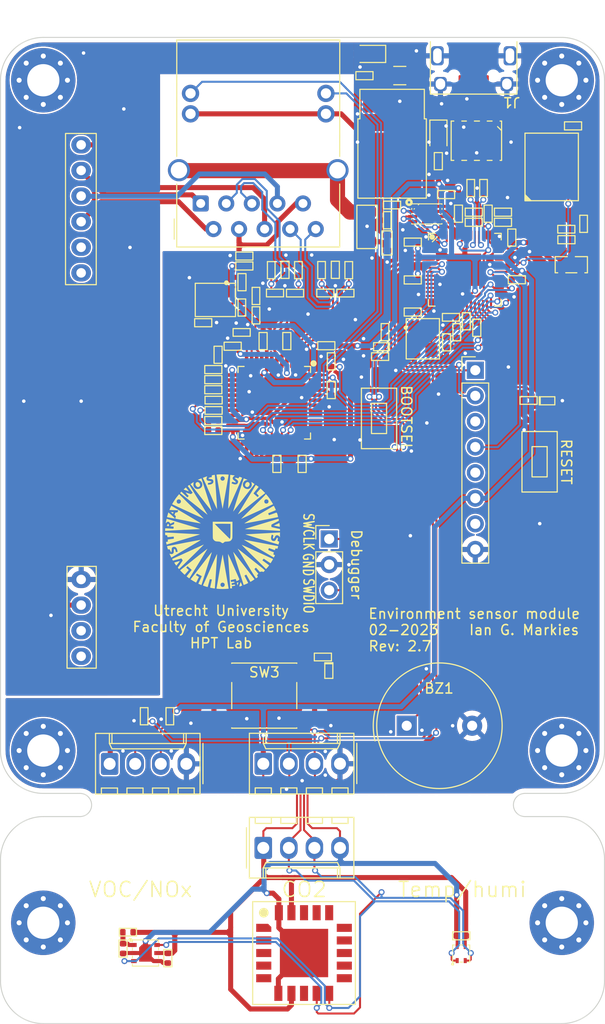
<source format=kicad_pcb>
(kicad_pcb (version 20211014) (generator pcbnew)
  (layers (0 "F.Cu" signal) (31 "B.Cu" signal) (34 "B.Paste" user) (35 "F.Paste" user) (36 "B.SilkS" user "B.Silkscreen") (37 "F.SilkS" user "F.Silkscreen") (38 "B.Mask" user) (39 "F.Mask" user) (44 "Edge.Cuts" user))
  (net 0 "")
  (net 1 "+3.3V")
  (net 2 "GND")
  (net 3 "Net-(C15-Pad1)")
  (net 4 "Net-(C16-Pad1)")
  (net 5 "Net-(C17-Pad1)")
  (net 6 "+1V1")
  (net 7 "Net-(C29-Pad1)")
  (net 8 "Net-(C35-Pad1)")
  (net 9 "Net-(C37-Pad1)")
  (net 10 "Net-(C32-Pad1)")
  (net 11 "Net-(C33-Pad1)")
  (net 12 "Net-(C34-Pad1)")
  (net 13 "+Vbus")
  (net 14 "+VSYS")
  (net 15 "Net-(D3-Pad2)")
  (net 16 "+VPoE")
  (net 17 "BOOTSEL")
  (net 18 "RUN")
  (net 19 "GPIO5{slash}Buzzer")
  (net 20 "Net-(J1-Pad1)")
  (net 22 "/MCU RP2040/Data-")
  (net 23 "/MCU RP2040/Data+")
  (net 24 "SWCLK")
  (net 25 "SWDIO")
  (net 26 "Net-(R8-Pad1)")
  (net 27 "/Ethernet W5100S/VC2-")
  (net 28 "/Ethernet W5100S/VC1-")
  (net 29 "/Ethernet W5100S/RXI-")
  (net 30 "Net-(R23-Pad1)")
  (net 31 "/Ethernet W5100S/RXI+")
  (net 32 "/Ethernet W5100S/VC2+")
  (net 33 "Net-(R23-Pad2)")
  (net 34 "Net-(R25-Pad1)")
  (net 35 "Net-(R29-Pad2)")
  (net 36 "/Ethernet W5100S/VC1+")
  (net 37 "Net-(R30-Pad1)")
  (net 38 "/Ethernet W5100S/TXO-")
  (net 41 "/Ethernet W5100S/TXO+")
  (net 47 "/MCU RP2040/GPIO29{slash}ADC3")
  (net 48 "/MCU RP2040/MCU_D+")
  (net 49 "/MCU RP2040/USB_D+")
  (net 50 "Net-(R28-Pad2)")
  (net 54 "/MCU RP2040/MCU_D-")
  (net 55 "/MCU RP2040/USB_D-")
  (net 56 "/MCU RP2040/QSPI_SS")
  (net 57 "/Ethernet W5100S/TX-")
  (net 58 "/Ethernet W5100S/TX+")
  (net 59 "/Ethernet W5100S/RX-")
  (net 60 "/Ethernet W5100S/RX+")
  (net 61 "I2C1_SDA")
  (net 62 "I2C1_SCL")
  (net 65 "GPIO23{slash}LED")
  (net 72 "RSTn")
  (net 73 "SPI0_RX")
  (net 74 "SPI0_CSn")
  (net 75 "SPI0_SCK")
  (net 76 "SPI0_TX")
  (net 77 "INTn")
  (net 79 "Net-(J2-Pad12)")
  (net 94 "Net-(J2-Pad14)")
  (net 95 "/Ethernet W5100S/LNKn")
  (net 96 "+1V2A")
  (net 97 "+1V2D")
  (net 98 "+1V2O")
  (net 116 "+3V3A")
  (net 117 "/Ethernet W5100S/ACTn")
  (net 118 "/MCU RP2040/QSPI_SD3")
  (net 119 "/MCU RP2040/QSPI_SCLK")
  (net 120 "/MCU RP2040/QSPI_SD0")
  (net 121 "GPIO22{slash}RST_DIS")
  (net 124 "/MCU RP2040/QSPI_SD2")
  (net 125 "/MCU RP2040/QSPI_SD1")
  (net 126 "Net-(D1-Pad1)")
  (net 127 "GPIO4{slash}Button")
  (footprint "HPT:Res 0402_1005Metric" (layer "F.Cu") (at 148.6975 55.1125 90)
    (fp_text reference "R5" hide)
    (fp_text value "27R")
  )
  (footprint "Package_SO:SOIC-8_3.9x4.9mm_P1.27mm" (layer "F.Cu") (at 148.0625 50.4125 -90)
    (fp_text reference "U2" hide)
    (fp_text value "USB6B1")
  )
  (footprint "Diode_SMD:D_SOD-923" (layer "F.Cu") (at 155.05 76.2125)
    (fp_text reference "D6" hide)
    (fp_text value "ESD9B3.3ST5G" hide)
  )
  (footprint "HPT:Res 0402_1005Metric" (layer "F.Cu") (at 138.95 69.4 -90)
    (fp_text reference "R11" hide)
    (fp_text value "1k")
  )
  (footprint "HPT:Res 0402_1005Metric" (layer "F.Cu") (at 124.698139 69.45 180)
    (fp_text reference "R25" hide)
    (fp_text value "1M")
  )
  (footprint "HPT:Cap 0402_1005Metric" (layer "F.Cu") (at 126.833139 70.3 90)
    (fp_text reference "C21" hide)
    (fp_text value "0.1uF")
  )
  (footprint "HPT:Cap 0402_1005Metric" (layer "F.Cu") (at 157.6 48.95)
    (fp_text reference "C39" hide)
    (fp_text value "0.1uF")
  )
  (footprint "Diode_SMD:D_SOD-923" (layer "F.Cu") (at 138.55 70.85 180)
    (fp_text reference "D4" hide)
    (fp_text value "ESD9B3.3ST5G" hide)
  )
  (footprint "HPT:Cap 0402_1005Metric" (layer "F.Cu") (at 130.6875 82.4625 -90)
    (fp_text reference "C19" hide)
    (fp_text value "0.1uF")
  )
  (footprint "HPT:Cap 0402_1005Metric" (layer "F.Cu") (at 141.7 64.2125 180)
    (fp_text reference "C4" hide)
    (fp_text value "0.1uF")
  )
  (footprint "HPT:Slot 2x3" (layer "F.Cu") (at 133.1875 116.3125)
    (fp_text reference "REF**" hide)
    (fp_text value "Slot 2x3" hide)
  )
  (footprint "Connector_PinHeader_2.54mm:PinHeader_1x08_P2.54mm_Vertical" (layer "F.Cu") (at 147.9 73.18)
    (fp_text reference "J3" hide)
    (fp_text value "Display")
  )
  (footprint "Diode_SMD:D_SOD-323" (layer "F.Cu") (at 144.2375 49.8625 -90)
    (fp_text reference "D2" hide)
    (fp_text value "BAT60A" hide)
  )
  (footprint "HPT:Cap 0402_1005Metric" (layer "F.Cu") (at 152.0175 64.2125)
    (fp_text reference "C8" hide)
    (fp_text value "0.1uF")
  )
  (footprint "HPT:Res 0402_1005Metric" (layer "F.Cu") (at 138.45 71.85 180)
    (fp_text reference "R28" hide)
    (fp_text value "100R")
  )
  (footprint "HPT:uu Logo" (layer "F.Cu") (at 122.679164 89.230656)
    (fp_text reference "G***" hide)
    (fp_text value "LOGO" hide)
  )
  (footprint "HPT:LQFP48" (layer "F.Cu") (at 127.933139 76.40686 180)
    (fp_text reference "U5" hide)
    (fp_text value "W5100S")
  )
  (footprint "HPT:Cap 0402_1005Metric" (layer "F.Cu") (at 146.2375 57.6625 90)
    (fp_text reference "C1" hide)
    (fp_text value "0.1uF")
  )
  (footprint "HPT:Slot 2x5.5" (layer "F.Cu") (at 145.74 133.7 180)
    (fp_text reference "REF**" hide)
    (fp_text value "Slot 2x5.5" hide)
  )
  (footprint "HPT:Cap 0402_1005Metric" (layer "F.Cu") (at 121.8875 79.15 180)
    (fp_text reference "C20" hide)
    (fp_text value "0.1uF")
  )
  (footprint "HPT:Cap 0402_1005Metric" (layer "F.Cu") (at 128.183139 82.4625 -90)
    (fp_text reference "C27" hide)
    (fp_text value "0.1uF")
  )
  (footprint "HPT:Cap 0402_1005Metric" (layer "F.Cu") (at 147 68.3125 -90)
    (fp_text reference "C9" hide)
    (fp_text value "0.1uF")
  )
  (footprint "HPT:Res 0402_1005Metric" (layer "F.Cu") (at 114.9875 107.5125 90)
    (fp_text reference "R2" hide)
    (fp_text value "DNP")
  )
  (footprint "Package_DFN_QFN:QFN-56-1EP_7x7mm_P0.4mm_EP3.2x3.2mm" (layer "F.Cu") (at 146.8625 63.2125)
    (fp_text reference "U3" hide)
    (fp_text value "RP2040")
  )
  (footprint "HPT:Cap 0402_1005Metric" (layer "F.Cu") (at 151.5375 60.0325 90)
    (fp_text reference "C3" hide)
    (fp_text value "0.1uF")
  )
  (footprint "Crystal:Crystal_SMD_Abracon_ABM8G-4Pin_3.2x2.5mm" (layer "F.Cu") (at 142.6875 70.0625 -90)
    (fp_text reference "Y1" hide)
    (fp_text value "12MHz")
  )
  (footprint "HPT:Cap 0402_1005Metric" (layer "F.Cu") (at 133.9875 63.2125 -90)
    (fp_text reference "C29" hide)
    (fp_text value "0.1uF")
  )
  (footprint "HPT:Res 0402_1005Metric" (layer "F.Cu") (at 145.4875 67.95 180)
    (fp_text reference "R8" hide)
    (fp_text value "DNP")
  )
  (footprint "HPT:Cap 0402_1005Metric" (layer "F.Cu") (at 146.5 129.3)
    (fp_text reference "C36" hide)
    (fp_text value "0.1uF")
  )
  (footprint "Diode_SMD:D_SOD-923" (layer "F.Cu") (at 133.35 103 -90)
    (fp_text reference "D7" hide)
    (fp_text value "ESD9B3.3ST5G" hide)
  )
  (footprint "HPT:Slot 2x3" (layer "F.Cu") (at 148.95 127.9)
    (fp_text reference "REF**" hide)
    (fp_text value "Slot 2x3" hide)
  )
  (footprint "Connector_Molex:Molex_KK-254_AE-6410-04A_1x04_P2.54mm_Vertical" (layer "F.Cu") (at 126.84 112.22)
    (fp_text reference "J6" hide)
    (fp_text value "Breakout 1")
  )
  (footprint "HPT:Res 0402_1005Metric" (layer "F.Cu") (at 135.35 63.25 -90)
    (fp_text reference "R14" hide)
    (fp_text value "49R9")
  )
  (footprint "HPT:SDC4x" (layer "F.Cu") (at 130.8875 131)
    (fp_text reference "U6" hide)
    (fp_text value "SCD4x")
  )
  (footprint "HPT:Res 0402_1005Metric" (layer "F.Cu") (at 139.6375 56.8125 180)
    (fp_text reference "R10" hide)
    (fp_text value "DNP")
  )
  (footprint "HPT:Cap 0402_1005Metric" (layer "F.Cu") (at 121.8875 73.10686 180)
    (fp_text reference "C25" hide)
    (fp_text value "0.1uF")
  )
  (footprint "HPT:Cap 0402_1005Metric" (layer "F.Cu") (at 120.883139 68.45686 180)
    (fp_text reference "C34" hide)
    (fp_text value "18pF")
  )
  (footprint "HPT:Cap 0402_1005Metric" (layer "F.Cu") (at 156.9625 60.2225 180)
    (fp_text reference "C15" hide)
    (fp_text value "0.1uF")
  )
  (footprint "HPT:Cap 0402_1005Metric" (layer "F.Cu") (at 147.7375 58.5125)
    (fp_text reference "C6" hide)
    (fp_text value "0.1uF")
  )
  (footprint "Connector_PinHeader_2.54mm:PinHeader_1x03_P2.54mm_Vertical" (layer "F.Cu") (at 133.3875 89.9225)
    (fp_text reference "J5" hide)
    (fp_text value "Debugger")
  )
  (footprint "Button_Switch_SMD:SW_Push_1P1T_NO_6x6mm_H9.5mm" (layer "F.Cu") (at 126.9375 105.4625)
    (fp_text reference "SW3")
    (fp_text value "Display")
  )
  (footprint "HPT:Cap 0402_1005Metric" (layer "F.Cu") (at 124.733139 64.45686 90)
    (fp_text reference "C35" hide)
    (fp_text value "18pF")
  )
  (footprint "HPT:Cap 0402_1005Metric" (layer "F.Cu") (at 124.95 62.85)
    (fp_text reference "C30" hide)
    (fp_text value "0.1uF")
  )
  (footprint "HPT:Cap 0402_1005Metric" (layer "F.Cu") (at 121.8875 74.10686 180)
    (fp_text reference "C24" hide)
    (fp_text value "1uF")
  )
  (footprint "HPT:Slot 2x3" (layer "F.Cu") (at 128.1875 116.3125)
    (fp_text reference "REF**" hide)
    (fp_text value "Slot 2x3" hide)
  )
  (footprint "Fuse:Fuse_1206_3216Metric" (layer "F.Cu") (at 140.4 43.95 180)
    (fp_text reference "F1" hide)
    (fp_text value "Fuse" hide)
  )
  (footprint "HPT:Cap 0402_1005Metric" (layer "F.Cu") (at 145.0375 70.4 -90)
    (fp_text reference "C17" hide)
    (fp_text value "15pF")
  )
  (footprint "HPT:Cap 0402_1005Metric" (layer "F.Cu") (at 148.0375 68.9625 -90)
    (fp_text reference "C2" hide)
    (fp_text value "0.1uF")
  )
  (footprint "HPT:Cap 0402_1005Metric" (layer "F.Cu") (at 112.9 130.55 -90)
    (fp_text reference "C37" hide)
    (fp_text value "1uF")
  )
  (footprint "HPT:Cap 0402_1005Metric" (layer "F.Cu") (at 141.7 60.4625 180)
    (fp_text reference "C5" hide)
    (fp_text value "0.1uF")
  )
  (footprint "MountingHole:MountingHole_3.2mm_M3_Pad_Via" (layer "F.Cu") (at 156.4875 44.4125)
    (fp_text reference "REF**" hide)
    (fp_text value "MountingHole_3.2mm_M3_Pad_Via" hide)
  )
  (footprint "HPT:Slot 2x5.5" (layer "F.Cu") (at 143.45 129.94 90)
    (fp_text reference "REF**" hide)
    (fp_text value "Slot 2x5.5" hide)
  )
  (footprint "HPT:PoE, 10 Pin with LED" (layer "F.Cu") (at 125.7425 50.5175 90)
    (fp_text reference "J2" hide)
    (fp_text value "Ethernet_(100_Base-T_&_PoE)")
  )
  (footprint "HPT:Adafruit 3847 connector" (layer "F.Cu") (at 108.7475 76.1925 -90)
    (fp_text reference "MOD1" hide)
    (fp_text value "Adafruit_3847_connector")
  )
  (footprint "Inductor_SMD:L_0402_1005Metric" (layer "F.Cu") (at 122.35 71.65 -90)
    (fp_text reference "FB3" hide)
    (fp_text value "120r@100MHz")
  )
  (footprint "HPT:Res 0402_1005Metric" (layer "F.Cu") (at 127.65 63.25 -90)
    (fp_text reference "R15" hide)
    (fp_text value "49R9")
  )
  (footprint "HPT:Switch" (layer "F.Cu") (at 154.2875 82.2625 -90)
    (fp_text reference "SW2" hide)
    (fp_text value "RESET")
  )
  (footprint "Package_TO_SOT_SMD:SOT-23" (layer "F.Cu") (at 157.4375 62.7125 90)
    (fp_text reference "Q1" hide)
    (fp_text value "2N7002")
  )
  (footprint "HPT:Res 0402_1005Metric" (layer "F.Cu") (at 135 65.55 180)
    (fp_text reference "R17" hide)
    (fp_text value "3R3")
  )
  (footprint "HPT:Slot 2x3" (layer "F.Cu") (at 143.1875 116.3125)
    (fp_text reference "REF**" hide)
    (fp_text value "Slot 2x3" hide)
  )
  (footprint "HPT:LED" (layer "F.Cu") (at 139.1375 60.5525 90)
    (fp_text reference "D3" hide)
    (fp_text value "LED")
  )
  (footprint "HPT:SON50P300X200X60-9N" (layer "F.Cu") (at 143.0875 57.675)
    (fp_text reference "U4" hide)
    (fp_text value "W25Q16JVUXIQ")
  )
  (footprint "HPT:Res 0402_1005Metric" (layer "F.Cu") (at 156.9375 59.1725)
    (fp_text reference "R7" hide)
    (fp_text value "100k")
  )
  (footprint "HPT:Res 0402_1005Metric" (layer "F.Cu") (at 121.9 76.125)
    (fp_text reference "R21" hide)
    (fp_text value "470R")
  )
  (footprint "HPT:Slot 2x3" (layer "F.Cu") (at 148.1875 116.3125)
    (fp_text reference "REF**" hide)
    (fp_text value "Slot 2x3" hide)
  )
  (footprint "Connector_Molex:Molex_KK-254_AE-6410-04A_1x04_P2.54mm_Vertical" (layer "F.Cu") (at 111.5775 112.2325)
    (fp_text reference "J4" hide)
    (fp_text value "Extra I2C")
  )
  (footprint "HPT:XDCR_SGP41-D-R4" (layer "F.Cu") (at 115.1375 131)
    (fp_text reference "U7" hide)
    (fp_text value "SGP41")
  )
  (footprint "Diode_SMD:D_SOD-323" (layer "F.Cu") (at 137.5 41.8 180)
    (fp_text reference "D1" hide)
    (fp_text value "BAT60A")
  )
  (footprint "HPT:Res 0402_1005Metric" (layer "F.Cu") (at 147.4275 55.1125 90)
    (fp_text reference "R4" hide)
    (fp_text value "27R")
  )
  (footprint "HPT:Cap 0402_1005Metric" (layer "F.Cu") (at 150.6375 57.5125)
    (fp_text reference "C14" hide)
    (fp_text value "1uF")
  )
  (footprint "MountingHole:MountingHole_3.2mm_M3_Pad_Via" (layer "F.Cu") (at 104.9875 128)
    (fp_text reference "REF**" hide)
    (fp_text value "MountingHole_3.2mm_M3_Pad_Via" hide)
  )
  (footprint "Buzzer_Beeper:Buzzer_TDK_PS1240P02BT_D12.2mm_H6.5mm" (layer "F.Cu") (at 144.3375 108.45)
    (fp_text reference "BZ1")
    (fp_text value "Buzzer")
  )
  (footprint "HPT:Res 0402_1005Metric" (layer "F.Cu") (at 132.755 101.6125)
    (fp_text reference "R30" hide)
    (fp_text value "100R")
  )
  (footprint "HPT:Cap 0402_1005Metric" (layer "F.Cu") (at 133.6 75.15686 90)
    (fp_text reference "C28" hide)
    (fp_text value "0.1uF")
  )
  (footprint "HPT:Cap 0402_1005Metric" (layer "F.Cu") (at 141.7 67.4 180)
    (fp_text reference "C16" hide)
    (fp_text value "15pF")
  )
  (footprint "MountingHole:MountingHole_3.2mm_M3_Pad_Via" (layer "F.Cu") (at 156.4875 110.9125)
    (fp_text reference "REF**" hide)
    (fp_text value "MountingHole_3.2mm_M3_Pad_Via" hide)
  )
  (footprint "HPT:Cap 0402_1005Metric" (layer "F.Cu") (at 124.95 61.8625)
    (fp_text reference "C31" hide)
    (fp_text value "1uF")
  )
  (footprint "HPT:Micro USB, Type B" (layer "F.Cu") (at 147.7375 44.7875 180)
    (fp_text reference "J1")
    (fp_text value "USB_B_Micro")
  )
  (footprint "HPT:Cap 0402_1005Metric" (layer "F.Cu") (at 121.8875 75.10686 180)
    (fp_text reference "C22" hide)
    (fp_text value "0.1uF")
  )
  (footprint "HPT:XDCR_SHT41-AD1B-R2" (layer "F.Cu") (at 146.5 131.05 90)
    (fp_text reference "U8" hide)
    (fp_text value "SHT4x")
  )
  (footprint "Crystal:Crystal_SMD_Abracon_ABM8G-4Pin_3.2x2.5mm" (layer "F.Cu") (at 122.083139 66.20686 180)
    (fp_text reference "Y2" hide)
    (fp_text value "25MHz")
  )
  (footprint "HPT:Res 0402_1005Metric" (layer "F.Cu") (at 158.6375 58.6625 90)
    (fp_text reference "R6" hide)
    (fp_text value "200k")
  )
  (footprint "HPT:Res 0402_1005Metric" (layer "F.Cu") (at 153.2 76.2 180)
    (fp_text reference "R29" hide)
    (fp_text value "100R")
  )
  (footprint "HPT:Res 0402_1005Metric" (layer "F.Cu") (at 121.9 77.15)
    (fp_text reference "R22" hide)
    (fp_text value "470R")
  )
  (footprint "HPT:Res 0402_1005Metric" (layer "F.Cu") (at 139.1375 58.3025 90)
    (fp_text reference "R1" hide)
    (fp_text value "470R")
  )
  (footprint "HPT:Slot 2x5.5" (layer "F.Cu") (at 149.35 130.8 90)
    (fp_text reference "REF**" hide)
    (fp_text value "Slot 2x5.5" hide)
  )
  (footprint "HPT:Slot 2x3" (layer "F.Cu") (at 123.1875 116.3125)
    (fp_text reference "REF**" hide)
    (fp_text value "Slot 2x3" hide)
  )
  (footprint "HPT:Res 0402_1005Metric" (layer "F.Cu") (at 126.133139 65.80686 -90)
    (fp_text reference "R24" hide)
    (fp_text value "300R/1%")
  )
  (footprint "MountingHole:MountingHole_3.2mm_M3_Pad_Via" (layer "F.Cu") (at 156.4875 128)
    (fp_text reference "REF**" hide)
    (fp_text value "MountingHole_3.2mm_M3_Pad_Via" hide)
  )
  (footprint "HPT:Res 0402_1005Metric" (layer "F.Cu") (at 133 65.5)
    (fp_text reference "R18" hide)
    (fp_text value "3R3")
  )
  (footprint "HPT:Cap 0402_1005Metric" (layer "F.Cu") (at 149.1875 57.6625 90)
    (fp_text reference "C12" hide)
    (fp_text value "1uF")
  )
  (footprint "HPT:Res 0402_1005Metric" (layer "F.Cu") (at 130.35 63.25 -90)
    (fp_text reference "R16" hide)
    (fp_text value "49R9")
  )
  (footprint "HPT:Res 0402_1005Metric" (layer "F.Cu") (at 130 65.55 180)
    (fp_text reference "R19" hide)
    (fp_text value "3R3")
  )
  (footprint "HPT:Slot 2x3" (layer "F.Cu") (at 118.1875 116.3125)
    (fp_text reference "REF**" hide)
    (fp_text value "Slot 2x3" hide)
  )
  (footprint "HPT:Res 0402_1005Metric" (layer "F.Cu") (at 146.0375 69.4125 90)
    (fp_text reference "R9" hide)
    (fp_text value "1k")
  )
  (footprint "" (layer "F.Cu") (at 144.05 128)
    (fp_text reference "")
    (fp_text value "")
  )
  (footprint "LED_SMD:LED_WS2812B_PLCC4_5.0x5.0mm_P3.2mm" (layer "F.Cu") (at 155.4875 53.0125 -90)
    (fp_text reference "D5" hide)
    (fp_text value "WS2812B")
  )
  (footprint "Capacitor_SMD:C_1206_3216Metric" (layer "F.Cu") (at 137.1375 58.9625 -90)
    (fp_text reference "C33" hide)
    (fp_text value "1nF/2kV")
  )
  (footprint "HPT:Cap 0402_1005Metric" (layer "F.Cu") (at 129.1875 70.3 90)
    (fp_text reference "C23" hide)
    (fp_text value "0.1uF")
  )
  (footprint "HPT:Res 0402_1005Metric" (layer "F.Cu") (at 124.733139 66.95686 -90)
    (fp_text reference "R26" hide)
    (fp_text value "0R")
  )
  (footprint "HPT:Cap 0402_1005Metric" (layer "F.Cu") (at 144.9875 55.7625)
    (fp_text reference "C18" hide)
    (fp_text value "0.1uF")
  )
  (footprint "HPT:Res 0402_1005Metric" (layer "F.Cu") (at 133.6 72.3 -90)
    (fp_text reference "R12" hide)
    (fp_text value "4k7")
  )
  (footprint "Inductor_SMD:L_0402_1005Metric" (layer "F.Cu") (at 123.8 70.8 180)
    (fp_text reference "FB2" hide)
    (fp_text value "120r@100MHz")
  )
  (footprint "HPT:Res 0402_1005Metric" (layer "F.Cu") (at 132.65 63.2425 -90)
    (fp_text reference "R13" hide)
    (fp_text value "49R9")
  )
  (footprint "HPT:Res 0402_1005Metric" (layer "F.Cu") (at 113.4 128.95 180)
    (fp_text reference "R27" hide)
    (fp_text value "4R7")
  )
  (footprint "HPT:Cap 0402_1005Metric" (layer "F.Cu") (at 144.2375 52.45 90)
    (fp_text reference "C11" hide)
    (fp_text value "10uF")
  )
  (footprint "HPT:Cap 0402_1005Metric" (layer "F.Cu") (at 128.9875 63.2125 -90)
    (fp_text reference "C32" hide)
    (fp_text value "0.1uF")
  )
  (footprint "HPT:Cap 0402_1005Metric" (layer "F.Cu") (at 117.35 131.5 -90)
    (fp_text reference "C38" hide)
    (fp_text value "1uF")
  )
  (footprint "Connector_Molex:Molex_KK-254_AE-6410-04A_1x04_P2.54mm_Vertical" (layer "F.Cu") (at 126.84 120.57)
    (fp_text reference "J7" hide)
    (fp_text value "Breakout 2")
  )
  (footprint "HPT:Res 0402_1005Metric" (layer "F.Cu") (at 117.5375 107.5125 90)
    (fp_text reference "R3" hide)
    (fp_text value "DNP")
  )
  (footprint "HPT:Res 0402_1005Metric" (layer "F.Cu") (at 128 65.5)
    (fp_text reference "R20" hide)
    (fp_text value "3R3")
  )
  (footprint "HPT:Res 0402_1005Metric" (layer "F.Cu") (at 126.133139 67.73186 -90)
    (fp_text reference "R23" hide)
    (fp_text value "12K/1%")
  )
  (footprint "HPT:Slot 2x3" (layer "F.Cu") (at 113.1875 116.3125)
    (fp_text reference "REF**" hide)
    (fp_text value "Slot 2x3" hide)
  )
  (footprint "MountingHole:MountingHole_3.2mm_M3_Pad_Via" (layer "F.Cu") (at 104.9875 44.4125)
    (fp_text reference "REF**" hide)
    (fp_text value "MountingHole_3.2mm_M3_Pad_Via" hide)
  )
  (footprint "HPT:Cap 0402_1005Metric" (layer "F.Cu") (at 136.9 43.95 180)
    (fp_text reference "C10" hide)
    (fp_text value "10uF")
  )
  (footprint "HPT:Cap 0402_1005Metric" (layer "F.Cu") (at 147.7375 57.5125)
    (fp_text reference "C7" hide)
    (fp_text value "0.1uF")
  )
  (footprint "HPT:Switch" (layer "F.Cu") (at 138.3375 77.9625 -90)
    (fp_text reference "SW1" hide)
    (fp_text value "BOOTSEL")
  )
  (footprint "HPT:Cap 0402_1005Metric" (layer "F.Cu") (at 121.8875 78.1625 180)
    (fp_text reference "C26" hide)
    (fp_text value "0.1uF")
  )
  (footprint "HPT:Cap 0402_1005Metric" (layer "F.Cu") (at 150.6375 58.5125)
    (fp_text reference "C13" hide)
    (fp_text value "1uF")
  )
  (footprint "MountingHole:MountingHole_3.2mm_M3_Pad_Via" (layer "F.Cu") (at 104.9875 110.9125)
    (fp_text reference "REF**" hide)
    (fp_text value "MountingHole_3.2mm_M3_Pad_Via" hide)
  )
  (footprint "Inductor_SMD:L_0402_1005Metric" (layer "F.Cu") (at 133.1 70.75 180)
    (fp_text reference "FB1" hide)
    (fp_text value "120r@100MHz")
  )
  (footprint "Package_TO_SOT_SMD:TO-252-2" (layer "F.Cu") (at 139.6375 50.7125 -90)
    (fp_text reference "U1" hide)
    (fp_text value "NCP1117-3.3_TO252")
  )
  (footprint "HPT:Slot 2x3" (layer "F.Cu") (at 138.1875 116.3125)
    (fp_text reference "REF**" hide)
    (fp_text value "Slot 2x3" hide)
  )
  (gr_line (start 160.7375 110.9125) (end 160.7375 44.4125) (layer "Edge.Cuts") (width 0.1))
  (gr_arc (start 104.9875 115.1625) (mid 101.982296 113.917704) (end 100.7375 110.9125) (layer "Edge.Cuts") (width 0.1))
  (gr_arc (start 160.7375 133.75) (mid 159.488358 136.750858) (end 156.4875 138) (layer "Edge.Cuts") (width 0.1))
  (gr_arc (start 152.8375 117.4625) (mid 151.6875 116.3125) (end 152.8375 115.1625) (layer "Edge.Cuts") (width 0.1))
  (gr_line (start 104.9875 115.1625) (end 108.6375 115.1625) (layer "Edge.Cuts") (width 0.1))
  (gr_line (start 104.9875 117.4625) (end 108.6375 117.4625) (layer "Edge.Cuts") (width 0.1))
  (gr_line (start 104.9875 138) (end 156.4875 138) (layer "Edge.Cuts") (width 0.1))
  (gr_line (start 104.9875 40.1625) (end 156.4875 40.1625) (layer "Edge.Cuts") (width 0.1))
  (gr_arc (start 100.7375 44.4125) (mid 101.982296 41.407296) (end 104.9875 40.1625) (layer "Edge.Cuts") (width 0.1))
  (gr_arc (start 156.4875 117.4625) (mid 159.492704 118.707296) (end 160.7375 121.7125) (layer "Edge.Cuts") (width 0.1))
  (gr_arc (start 156.4875 40.1625) (mid 159.492704 41.407296) (end 160.7375 44.4125) (layer "Edge.Cuts") (width 0.1))
  (gr_line (start 100.7375 110.9125) (end 100.7375 44.4125) (layer "Edge.Cuts") (width 0.1))
  (gr_line (start 160.7375 121.7125) (end 160.7375 133.75) (layer "Edge.Cuts") (width 0.1))
  (gr_line (start 152.8375 115.1625) (end 156.4875 115.1625) (layer "Edge.Cuts") (width 0.1))
  (gr_line (start 152.8375 117.4625) (end 156.4875 117.4625) (layer "Edge.Cuts") (width 0.1))
  (gr_arc (start 104.9875 138) (mid 101.982296 136.755204) (end 100.7375 133.75) (layer "Edge.Cuts") (width 0.1))
  (gr_line (start 100.7375 133.75) (end 100.7375 121.7125) (layer "Edge.Cuts") (width 0.1))
  (gr_arc (start 100.7375 121.7125) (mid 101.986642 118.711642) (end 104.9875 117.4625) (layer "Edge.Cuts") (width 0.1))
  (gr_arc (start 160.7375 110.9125) (mid 159.492704 113.917704) (end 156.4875 115.1625) (layer "Edge.Cuts") (width 0.1))
  (gr_arc (start 108.6375 115.1625) (mid 109.7875 116.3125) (end 108.6375 117.4625) (layer "Edge.Cuts") (width 0.1))
  (gr_text "VOC/NOx" (at 114.65 124.7) (layer "F.SilkS") (effects (font (size 1.5 1.5))))
  (gr_text "Utrecht University\nFaculty of Geosciences\nHPT Lab" (at 122.65 98.65) (layer "F.SilkS") (effects (font (size 1 1))))
  (gr_text "SWCLK" (at 131.3375 89.2125 270) (layer "F.SilkS") (effects (font (size 1 0.75))))
  (gr_text "Environment sensor module\n02-2023    Ian G. Markies\nRev: 2.7" (at 137.2 98.95) (layer "F.SilkS") (effects (font (size 1 1)) (justify left)))
  (gr_text "GND" (at 131.2875 92.4625 270) (layer "F.SilkS") (effects (font (size 1 0.75))))
  (gr_text "CO2" (at 130.9 124.7) (layer "F.SilkS") (effects (font (size 1.5 1.5))))
  (gr_text "SWDIO\n" (at 131.3375 95.5625 270) (layer "F.SilkS") (effects (font (size 1 0.75))))
  (gr_text "Temp/humi" (at 146.6 124.7) (layer "F.SilkS") (effects (font (size 1.5 1.5))))
  (segment (start 147.873944 65.298944) (end 147.806082 65.298944) (width 0.2) (layer "F.Cu") (net 1))
  (segment (start 123 128.95) (end 117.45 128.95) (width 0.5) (layer "F.Cu") (net 1))
  (segment (start 123.8125 79.8) (end 123.833139 79.779361) (width 0.35) (layer "F.Cu") (net 1))
  (segment (start 130.1875 114.826419) (end 130.1875 118.1525) (width 0.2) (layer "F.Cu") (net 1))
  (segment (start 144.5075 54.9075) (end 144.5075 55.7625) (width 0.5) (layer "F.Cu") (net 1))
  (segment (start 126.9625 123.5125) (end 126.8875 123.5875) (width 0.5) (layer "F.Cu") (net 1))
  (segment (start 147.0625 66.042526) (end 147.0625 66.65) (width 0.2) (layer "F.Cu") (net 1))
  (segment (start 123.1 128.95) (end 123.6 128.45) (width 0.2) (layer "F.Cu") (net 1))
  (segment (start 151.5375 60.5125) (end 152.6875 60.5125) (width 0.5) (layer "F.Cu") (net 1))
  (segment (start 135.4375 70.7625) (end 135.5 70.825) (width 0.5) (layer "F.Cu") (net 1))
  (segment (start 144.3 54.7) (end 144.5075 54.9075) (width 0.5) (layer "F.Cu") (net 1))
  (segment (start 151.5375 63.9625) (end 151.5375 64.2125) (width 0.5) (layer "F.Cu") (net 1))
  (segment (start 139.7675 52.9425) (end 139.6375 52.8125) (width 0.5) (layer "F.Cu") (net 1))
  (segment (start 142.2 60.46625) (end 142.19625 60.4625) (width 0.5) (layer "F.Cu") (net 1))
  (segment (start 139.1375 56.8225) (end 139.1275 56.8125) (width 0.5) (layer "F.Cu") (net 1))
  (segment (start 146.2375 55.1125) (end 146.2375 56.108825) (width 0.5) (layer "F.Cu") (net 1))
  (segment (start 118.2475 107.0025) (end 113.7475 107.0025) (width 0.5) (layer "F.Cu") (net 1))
  (segment (start 126.85 109.3995) (end 126.84 109.4095) (width 0.5) (layer "F.Cu") (net 1))
  (segment (start 126.8875 122.9375) (end 126.8875 123.5875) (width 0.5) (layer "F.Cu") (net 1))
  (segment (start 117.6 128.95) (end 117.45 128.95) (width 0.2) (layer "F.Cu") (net 1))
  (segment (start 134.9625 70.7625) (end 133.5725 70.7625) (width 0.5) (layer "F.Cu") (net 1))
  (segment (start 129.7275 118.6125) (end 127.1475 118.6125) (width 0.2) (layer "F.Cu") (net 1))
  (segment (start 135.5 71.3) (end 134.9625 70.7625) (width 0.2) (layer "F.Cu") (net 1))
  (segment (start 127.4 123.5) (end 126.8875 122.9875) (width 0.2) (layer "F.Cu") (net 1))
  (segment (start 135.9375 70.7625) (end 135.4375 70.7625) (width 0.5) (layer "F.Cu") (net 1))
  (segment (start 146.2375 56.108825) (end 147.2575 57.128825) (width 0.5) (layer "F.Cu") (net 1))
  (segment (start 118.05 129.4) (end 117.6 128.95) (width 0.2) (layer "F.Cu") (net 1))
  (segment (start 150.1575 58.9425) (end 150.1575 58.5625) (width 0.5) (layer "F.Cu") (net 1))
  (segment (start 116.2875 131) (end 117.33 131) (width 0.4) (layer "F.Cu") (net 1))
  (segment (start 149.325 59.775) (end 150.1575 58.9425) (width 0.5) (layer "F.Cu") (net 1))
  (segment (start 144.25 52.9675) (end 144.225 52.9425) (width 0.5) (layer "F.Cu") (net 1))
  (segment (start 147.2875 58.5825) (end 147.2875 59.7625) (width 0.5) (layer "F.Cu") (net 1))
  (segment (start 142.34625 60.6125) (end 142.19625 60.4625) (width 0.2) (layer "F.Cu") (net 1))
  (segment (start 139.1275 56.8125) (end 139.1275 53.3225) (width 0.5) (layer "F.Cu") (net 1))
  (segment (start 117.33 131) (end 117.35 131.02) (width 0.4) (layer "F.Cu") (net 1))
  (segment (start 135.5 71.3) (end 135.5 81.95) (width 0.5) (layer "F.Cu") (net 1))
  (segment (start 136.1875 70.7625) (end 135.9375 70.7625) (width 0.5) (layer "F.Cu") (net 1))
  (segment (start 126.84 120.57) (end 126.8875 120.6175) (width 0.5) (layer "F.Cu") (net 1))
  (segment (start 123.6 128.45) (end 123.6 129.55) (width 0.5) (layer "F.Cu") (net 1))
  (segment (start 139.1375 57.7925) (end 139.1375 56.8225) (width 0.5) (layer "F.Cu") (net 1))
  (segment (start 126.8875 123.5875) (end 123.6 126.875) (width 0.5) (layer "F.Cu") (net 1))
  (segment (start 111.6375 109.1125) (end 111.6375 111.7725) (width 0.5) (layer "F.Cu") (net 1))
  (segment (start 123.6 129.55) (end 123.6 134.6) (width 0.5) (layer "F.Cu") (net 1))
  (segment (start 147.2575 57.128825) (end 147.2575 58.5625) (width 0.5) (layer "F.Cu") (net 1))
  (segment (start 129.25 136.55) (end 129.6375 136.1625) (width 0.5) (layer "F.Cu") (net 1))
  (segment (start 144.25 54.65) (end 144.25 52.9675) (width 0.5) (layer "F.Cu") (net 1))
  (segment (start 117.35 131.02) (end 117.78 131.02) (width 0.5) (layer "F.Cu") (net 1))
  (segment (start 152.6875 60.5125) (end 153.7125 60.5125) (width 0.5) (layer "F.Cu") (net 1))
  (segment (start 123.1 128.95) (end 123.6 129.45) (width 0.2) (layer "F.Cu") (net 1))
  (segment (start 118.05 129.4) (end 118.05 128.95) (width 0.5) (layer "F.Cu") (net 1))
  (segment (start 129.3375 123.5125) (end 129.6375 123.8125) (width 0.5) (layer "F.Cu") (net 1))
  (segment (start 135.4375 70.7625) (end 134.9625 70.7625) (width 0.5) (layer "F.Cu") (net 1))
  (segment (start 130.6675 81.95686) (end 131.58186 81.95686) (width 0.5) (layer "F.Cu") (net 1))
  (segment (start 130.1875 118.1525) (end 129.7275 118.6125) (width 0.2) (layer "F.Cu") (net 1))
  (segment (start 130.683139 80.50686) (end 130.683139 81.941221) (width 0.35) (layer "F.Cu") (net 1))
  (segment (start 123.833139 79.779361) (end 123.833139 79.15686) (width 0.35) (layer "F.Cu") (net 1))
  (segment (start 123.833139 79.15686) (end 122.37436 79.15686) (width 0.35) (layer "F.Cu") (net 1))
  (segment (start 123.6 128.95) (end 123 128.95) (width 0.5) (layer "F.Cu") (net 1))
  (segment (start 125.55 136.55) (end 129.25 136.55) (width 0.5) (layer "F.Cu") (net 1))
  (segment (start 127.1475 118.6125) (end 126.85 118.91) (width 0.2) (layer "F.Cu") (net 1))
  (segment (start 117.45 128.95) (end 113.91 128.95) (width 0.5) (layer "F.Cu") (net 1))
  (segment (start 130.683139 81.941221) (end 130.6675 81.95686) (width 0.35) (layer "F.Cu") (net 1))
  (segment (start 147.0625 66.65) (end 147.0625 67.7825) (width 0.2) (layer "F.Cu") (net 1))
  (segment (start 151.4375 60.6125) (end 151.5375 60.5125) (width 0.2) (layer "F.Cu") (net 1))
  (segment (start 142.2 64.175) (end 142.2375 64.2125) (width 0.5) (layer "F.Cu") (net 1))
  (segment (start 118.05 130.75) (end 118.05 129.4) (width 0.5) (layer "F.Cu") (net 1))
  (segment (start 126.8875 120.6175) (end 126.8875 122.9375) (width 0.5) (layer "F.Cu") (net 1))
  (segment (start 156.4875 63.2875) (end 156.4875 63.65) (width 0.5) (layer "F.Cu") (net 1))
  (segment (start 126.84 109.4095) (end 126.84 112.22) (width 0.5) (layer "F.Cu") (net 1))
  (segment (start 134.5725 47.7475) (end 139.6375 52.8125) (width 0.5) (layer "F.Cu") (net 1))
  (segment (start 133.0625 47.7475) (end 134.5725 47.7475) (width 0.5) (layer "F.Cu") (net 1))
  (segment (start 135.5 70.825) (end 135.5 71.3) (width 0.5) (layer "F.Cu") (net 1))
  (segment (start 144.4875 56.925) (end 144.5075 56.905) (width 0.2) (layer "F.Cu") (net 1))
  (segment (start 118.5 128.95) (end 118.05 129.4) (width 0.2) (layer "F.Cu") (net 1))
  (segment (start 149.2875 59.775) (end 149.2875 60.4125) (width 0.2) (layer "F.Cu") (net 1))
  (segment (start 149.4875 60.6125) (end 151.4375 60.6125) (width 0.2) (layer "F.Cu") (net 1))
  (segment (start 146.9 130.35) (end 146.9 129.38) (width 0.3) (layer "F.Cu") (net 1))
  (segment (start 123.6 126.875) (end 123.6 128.45) (width 0.5) (layer "F.Cu") (net 1))
  (segment (start 119.6125 47.7475) (end 133.0625 47.7475) (width 0.5) (layer "F.Cu") (net 1))
  (segment (start 126.84 112.22) (end 126.84 113.49) (width 0.2) (layer "F.Cu") (net 1))
  (segment (start 127.2875 123.5125) (end 128.7375 123.5125) (width 0.5) (layer "F.Cu") (net 1))
  (segment (start 129.6375 136.1625) (end 129.6375 135) (width 0.5) (layer "F.Cu") (net 1))
  (segment (start 129.9375 123.5125) (end 129.9875 123.5125) (width 0.5) (layer "F.Cu") (net 1))
  (segment (start 146.95 124.925) (end 145.5375 123.5125) (width 0.5) (layer "F.Cu") (net 1))
  (segment (start 136.2 70.75) (end 136.1875 70.7625) (width 0.5) (layer "F.Cu") (net 1))
  (segment (start 146.9 129.38) (end 146.98 129.3) (width 0.2) (layer "F.Cu") (net 1))
  (segment (start 150.1575 57.5125) (end 150.1575 58.5125) (width 0.5) (layer "F.Cu") (net 1))
  (segment (start 135.5 71.3) (end 135.9375 70.8625) (width 0.2) (layer "F.Cu") (net 1))
  (segment (start 126.84 113.49) (end 127.2125 113.8625) (width 0.2) (layer "F.Cu") (net 1))
  (segment (start 117.78 131.02) (end 118.05 130.75) (width 0.5) (layer "F.Cu") (net 1))
  (segment (start 147.806082 65.298944) (end 147.0625 66.042526) (width 0.2) (layer "F.Cu") (net 1))
  (segment (start 129.6375 123.8125) (end 129.6375 127) (width 0.5) (layer "F.Cu") (net 1))
  (segment (start 128.7375 123.5125) (end 129.9875 123.5125) (width 0.5) (layer "F.Cu") (net 1))
  (segment (start 149.2875 59.775) (end 149.325 59.775) (width 0.5) (layer "F.Cu") (net 1))
  (segment (start 146.95 129.27) (end 146.95 124.925) (width 0.5) (layer "F.Cu") (net 1))
  (segment (start 146.98 129.3) (end 146.95 129.27) (width 0.5) (layer "F.Cu") (net 1))
  (segment (start 126.85 118.91) (end 126.85 120.56) (width 0.2) (layer "F.Cu") (net 1))
  (segment (start 144.3 54.7) (end 144.25 54.65) (width 0.5) (layer "F.Cu") (net 1))
  (segment (start 133.5875 71.8125) (end 133.5875 70.7775) (width 0.5) (layer "F.Cu") (net 1))
  (segment (start 127.2125 113.8625) (end 129.223581 113.8625) (width 0.2) (layer "F.Cu") (net 1))
  (segment (start 129.223581 113.8625) (end 130.1875 114.826419) (width 0.2) (layer "F.Cu") (net 1))
  (segment (start 118.25 107) (end 118.2475 107.0025) (width 0.5) (layer "F.Cu") (net 1))
  (segment (start 123.6 134.6) (end 125.55 136.55) (width 0.5) (layer "F.Cu") (net 1))
  (segment (start 153.7125 60.5125) (end 156.4875 63.2875) (width 0.5) (layer "F.Cu") (net 1))
  (segment (start 133.5875 70.7775) (end 133.5725 70.7625) (width 0.5) (layer "F.Cu") (net 1))
  (segment (start 126.85 120.56) (end 126.84 120.57) (width 0.2) (layer "F.Cu") (net 1))
  (segment (start 152.5375 63.3125) (end 152.1875 63.3125) (width 0.5) (layer "F.Cu") (net 1))
  (segment (start 127.2875 123.5125) (end 126.9625 123.5125) (width 0.5) (layer "F.Cu") (net 1))
  (segment (start 144.225 52.9425) (end 139.7675 52.9425) (width 0.5) (layer "F.Cu") (net 1))
  (segment (start 128.7375 123.5125) (end 129.3375 123.5125) (width 0.5) (layer "F.Cu") (net 1))
  (segment (start 129.6375 123.8125) (end 129.9375 123.5125) (width 0.5) (layer "F.Cu") (net 1))
  (segment (start 149.2875 60.4125) (end 149.4875 60.6125) (width 0.2) (layer "F.Cu") (net 1))
  (segment (start 113.7475 107.0025) (end 111.6375 109.1125) (width 0.5) (layer "F.Cu") (net 1))
  (segment (start 123 128.95) (end 123.1 128.95) (width 0.2) (layer "F.Cu") (net 1))
  (segment (start 143.37875 64.2125) (end 142.2375 64.2125) (width 0.2) (layer "F.Cu") (net 1))
  (segment (start 145.5375 123.5125) (end 129.9875 123.5125) (width 0.5) (layer "F.Cu") (net 1))
  (segment (start 152.1875 63.3125) (end 151.5375 63.9625) (width 0.5) (layer "F.Cu") (net 1))
  (segment (start 122.37436 79.15686) (end 122.3675 79.15) (width 0.35) (layer "F.Cu") (net 1))
  (segment (start 131.58186 81.95686) (end 131.5875 81.9625) (width 0.5) (layer "F.Cu") (net 1))
  (segment (start 142.2 61.1) (end 142.2 60.46625) (width 0.5) (layer "F.Cu") (net 1))
  (segment (start 150.355 64.2125) (end 151.5375 64.2125) (width 0.2) (layer "F.Cu") (net 1))
  (segment (start 126.8875 122.9875) (end 126.8875 122.9375) (width 0.2) (layer "F.Cu") (net 1))
  (segment (start 142.2 63.6) (end 142.2 64.175) (width 0.5) (layer "F.Cu") (net 1))
  (segment (start 144.5075 56.905) (end 144.5075 55.7625) (width 0.2) (layer "F.Cu") (net 1))
  (segment (start 123.6 129.45) (end 123.6 129.55) (width 0.2) (layer "F.Cu") (net 1))
  (segment (start 143.37875 60.6125) (end 142.34625 60.6125) (width 0.2) (layer "F.Cu") (net 1))
  (segment (start 139.1275 53.3225) (end 139.6375 52.8125) (width 0.5) (layer "F.Cu") (net 1))
  (segment (start 135.9375 70.8625) (end 135.9375 70.7625) (width 0.2) (layer "F.Cu") (net 1))
  (via (at 126.85 109.3995) (size 0.6) (drill 0.35) (layers "F.Cu" "B.Cu") (net 1))
  (via (at 144.3 54.7) (size 0.6) (drill 0.35) (layers "F.Cu" "B.Cu") (net 1))
  (via (at 142.2 63.6) (size 0.6) (drill 0.35) (layers "F.Cu" "B.Cu") (net 1))
  (via (at 131.5875 81.9625) (size 0.6) (drill 0.35) (layers "F.Cu" "B.Cu") (net 1))
  (via (at 142.2 61.1) (size 0.6) (drill 0.35) (layers "F.Cu" "B.Cu") (net 1))
  (via (at 146.2375 55.1125) (size 0.6) (drill 0.35) (layers "F.Cu" "B.Cu") (net 1))
  (via (at 152.5375 63.3125) (size 0.6) (drill 0.35) (layers "F.Cu" "B.Cu") (net 1))
  (via (at 118.25 107) (size 0.6) (drill 0.35) (layers "F.Cu" "B.Cu") (net 1))
  (via (at 147.873944 65.298944) (size 0.6) (drill 0.35) (layers "F.Cu" "B.Cu") (net 1))
  (via (at 136.2 70.75) (size 0.6) (drill 0.35) (layers "F.Cu" "B.Cu") (net 1))
  (via (at 135.5 81.9625) (size 0.6) (drill 0.35) (layers "F.Cu" "B.Cu") (net 1))
  (via (at 123.8125 79.8) (size 0.6) (drill 0.35) (layers "F.Cu" "B.Cu") (net 1))
  (via (at 152.6875 60.5125) (size 0.6) (drill 0.35) (layers "F.Cu" "B.Cu") (net 1))
  (segment (start 147.873944 65.298944) (end 147.873944 62.5) (width 0.5) (layer "B.Cu") (net 1))
  (segment (start 137.486444 70.763556) (end 136.213556 70.763556) (width 0.5) (layer "B.Cu") (net 1))
  (segment (start 147.873944 62.498944) (end 147.3375 61.9625) (width 0.2) (layer "B.Cu") (net 1))
  (segment (start 126.85 107.05) (end 126.85 107.15) (width 0.2) (layer "B.Cu") (net 1))
  (segment (start 144.3 54.7) (end 141.25 54.7) (width 0.5) (layer "B.Cu") (net 1))
  (segment (start 142.7375 61.9625) (end 142.2375 62.4625) (width 0.2) (layer "B.Cu") (net 1))
  (segment (start 144.3 54.7) (end 144.7125 55.1125) (width 0.5) (layer "B.Cu") (net 1))
  (segment (start 126.4375 106.6375) (end 126.4375 106.5625) (width 0.2) (layer "B.Cu") (net 1))
  (segment (start 140.5375 106.5625) (end 143.85 103.25) (width 0.5) (layer "B.Cu") (net 1))
  (segment (start 150.7875 61.92255) (end 151.017525 61.692525) (width 0.5) (layer "B.Cu") (net 1))
  (segment (start 145.7875 61.9625) (end 145.2875 61.9625) (width 0.5) (layer "B.Cu") (net 1))
  (segment (start 147.873944 62.5) (end 148.411444 61.9625) (width 0.2) (layer "B.Cu") (net 1))
  (segment (start 135.5 81.9625) (end 131.5875 81.9625) (width 0.5) (layer "B.Cu") (net 1))
  (segment (start 126.85 107.05) (end 126.4375 106.6375) (width 0.2) (layer "B.Cu") (net 1))
  (segment (start 142.2 61.3) (end 142.2 61.1) (width 0.5) (layer "B.Cu") (net 1))
  (segment (start 126.4375 106.5625) (end 126.9875 106.5625) (width 0.5) (layer "B.Cu") (net 1))
  (segment (start 145.54222 61.79222) (end 145.55 61.8) (width 0.5) (layer "B.Cu") (net 1))
  (segment (start 142.2 61.3) (end 142.2 62.575) (width 0.5) (layer "B.Cu") (net 1))
  (segment (start 148.411444 61.9625) (end 148.4375 61.9625) (width 0.2) (layer "B.Cu") (net 1))
  (segment (start 126.85 109.3995) (end 126.85 107.15) (width 0.5) (layer "B.Cu") (net 1))
  (segment (start 145.54222 58.44222) (end 145.54222 61.79222) (width 0.5) (layer "B.Cu") (net 1))
  (segment (start 152.19755 60.5125) (end 152.6875 60.5125) (width 0.5) (layer "B.Cu") (net 1))
  (segment (start 146.7175 85.8925) (end 148.9575 85.8925) (width 0.5) (layer "B.Cu") (net 1))
  (segment (start 142.2 63.6) (end 142.2 62.65) (width 0.5) (layer "B.Cu") (net 1))
  (segment (start 118.6875 106.5625) (end 126.4375 106.5625) (width 0.5) (layer "B.Cu") (net 1))
  (segment (start 145.0875 55.1125) (end 145.1375 55.1125) (width 0.2) (layer "B.Cu") (net 1))
  (segment (start 126.85 106.7) (end 126.9875 106.5625) (width 0.5) (layer "B.Cu") (net 1))
  (segment (start 139.9 68.35) (end 137.486444 70.763556) (width 0.5) (layer "B.Cu") (net 1))
  (segment (start 136.213556 70.763556) (end 136.2 70.75) (width 0.5) (layer "B.Cu") (net 1))
  (segment (start 145.7875 61.9625) (end 145.5375 61.7125) (width 0.5) (layer "B.Cu") (net 1))
  (segment (start 145.1375 55.1125) (end 146.2375 55.1125) (width 0.5) (layer "B.Cu") (net 1))
  (segment (start 125.75 82) (end 131.55 82) (width 0.5) (layer "B.Cu") (net 1))
  (segment (start 144.55 55.65) (end 145.0875 55.1125) (width 0.2) (layer "B.Cu") (net 1))
  (segment (start 148.7375 61.9625) (end 148.4375 61.9625) (width 0.5) (layer "B.Cu") (net 1))
  (segment (start 148.4375 61.9625) (end 147.7125 61.9625) (width 0.5) (layer "B.Cu") (net 1))
  (segment (start 148.7375 61.9625) (end 150.7375 61.9625) (width 0.5) (layer "B.Cu") (net 1))
  (segment (start 151.017525 61.692525) (end 152.19755 60.5125) (width 0.5) (layer "B.Cu") (net 1))
  (segment (start 144.55 57.45) (end 145.54222 58.44222) (width 0.5) (layer "B.Cu") (net 1))
  (segment (start 131.55 82) (end 131.5875 81.9625) (width 0.5) (layer "B.Cu") (net 1))
  (segment (start 150.9375 61.77255) (end 150.9375 62.1625) (width 0.5) (layer "B.Cu") (net 1))
  (segment (start 143.85 88.76) (end 146.7175 85.8925) (width 0.5) (layer "B.Cu") (net 1))
  (segment (start 153.4875 81.3625) (end 153.4875 64.2625) (width 0.5) (layer "B.Cu") (net 1))
  (segment (start 142.2375 62.4625) (end 142.2375 62.6125) (width 0.2) (layer "B.Cu") (net 1))
  (segment (start 144.7125 55.1125) (end 145.1375 55.1125) (width 0.5) (layer "B.Cu") (net 1))
  (segment (start 147.3375 61.9625) (end 145.7875 61.9625) (width 0.5) (layer "B.Cu") (net 1))
  (segment (start 123.8125 79.8) (end 123.8125 80.0625) (width 0.5) (layer "B.Cu") (net 1))
  (segment (start 147.873944 62.5) (end 147.873944 62.498944) (width 0.2) (layer "B.Cu") (net 1))
  (segment (start 142.2 61.3) (end 142.2 61.425) (width 0.2) (layer "B.Cu") (net 1))
  (segment (start 126.9875 106.5625) (end 127.3375 106.5625) (width 0.5) (layer "B.Cu") (net 1))
  (segment (start 147.7125 61.9625) (end 147.3375 61.9625) (width 0.5) (layer "B.Cu") (net 1))
  (segment (start 141.25 54.7) (end 139.9 56.05) (width 0.5) (layer "B.Cu") (net 1))
  (segment (start 144.55 54.95) (end 144.55 55.65) (width 0.5) (layer "B.Cu") (net 1))
  (segment (start 144.55 55.65) (end 144.55 57.45) (width 0.5) (layer "B.Cu") (net 1))
  (segment (start 142.7375 61.9625) (end 142.4875 61.9625) (width 0.5) (layer "B.Cu") (net 1))
  (segment (start 153.4875 64.2625) (end 152.5375 63.3125) (width 0.5) (layer "B.Cu") (net 1))
  (segment (start 118.25 107) (end 118.6875 106.5625) (width 0.5) (layer "B.Cu") (net 1))
  (segment (start 127.3375 106.5625) (end 140.5375 106.5625) (width 0.5) (layer "B.Cu") (net 1))
  (segment (start 143.85 103.25) (end 143.85 88.76) (width 0.5) (layer "B.Cu") (net 1))
  (segment (start 142.2 61.425) (end 142.7375 61.9625) (width 0.2) (layer "B.Cu") (net 1))
  (segment (start 144.3 54.7) (end 144.55 54.95) (width 0.5) (layer "B.Cu") (net 1))
  (segment (start 123.8125 80.0625) (end 125.75 82) (width 0.5) (layer "B.Cu") (net 1))
  (segment (start 147.873944 62.5) (end 147.873944 62.123944) (width 0.5) (layer "B.Cu") (net 1))
  (segment (start 152.5375 63.3125) (end 152.0875 63.3125) (width 0.5) (layer "B.Cu") (net 1))
  (segment (start 148.9575 85.8925) (end 153.4875 81.3625) (width 0.5) (layer "B.Cu") (net 1))
  (segment (start 145.5375 61.7125) (end 145.2875 61.9625) (width 0.5) (layer "B.Cu") (net 1))
  (segment (start 127.3375 106.5625) (end 126.85 107.05) (width 0.2) (layer "B.Cu") (net 1))
  (segment (start 145.2875 61.9625) (end 142.7375 61.9625) (width 0.5) (layer "B.Cu") (net 1))
  (segment (start 152.0875 63.3125) (end 151.0125 62.2375) (width 0.5) (layer "B.Cu") (net 1))
  (segment (start 151.0125 62.2375) (end 150.7875 62.0125) (width 0.5) (layer "B.Cu") (net 1))
  (segment (start 126.85 107.15) (end 126.85 106.7) (width 0.5) (layer "B.Cu") (net 1))
  (segment (start 139.9 56.05) (end 139.9 68.35) (width 0.5) (layer "B.Cu") (net 1))
  (segment (start 113.9875 131) (end 112.93 131) (width 0.4) (layer "F.Cu") (net 2))
  (segment (start 134.155 118.6125) (end 134.46 118.9175) (width 0.2) (layer "F.Cu") (net 2))
  (segment (start 128.3875 125.6375) (end 128.3875 128.5) (width 0.5) (layer "F.Cu") (net 2))
  (segment (start 128.3375 133.55) (end 128.3375 135) (width 0.5) (layer "F.Cu") (net 2))
  (segment (start 146.0075 57.1825) (end 145.4675 56.6425) (width 0.5) (layer "F.Cu") (net 2))
  (segment (start 121.208139 65.35686) (end 120.983139 65.35686) (width 0.5) (layer "F.Cu") (net 2))
  (segment (start 116.2875 131.8) (end 115.9375 131.8) (width 0.4) (layer "F.Cu") (net 2))
  (segment (start 115.9375 131.8) (end 115.1375 131) (width 0.4) (layer "F.Cu") (net 2))
  (segment (start 115.1375 129.8125) (end 115.1375 131) (width 0.5) (layer "F.Cu") (net 2))
  (segment (start 116.88 131.98) (end 116.7 131.8) (width 0.4) (layer "F.Cu") (net 2))
  (segment (start 144.4 61.25) (end 146.3625 63.2125) (width 0.5) (layer "F.Cu") (net 2))
  (segment (start 132.1875 113.8625) (end 131.2375 114.8125) (width 0.2) (layer "F.Cu") (net 2))
  (segment (start 116.7 131.8) (end 116.2875 131.8) (width 0.4) (layer "F.Cu") (net 2))
  (segment (start 146.2375 57.1825) (end 146.0075 57.1825) (width 0.5) (layer "F.Cu") (net 2))
  (segment (start 145.6125 61.9625) (end 144.4375 61.9625) (width 0.5) (layer "F.Cu") (net 2))
  (segment (start 115.15 129.8) (end 115.1375 129.8125) (width 0.5) (layer "F.Cu") (net 2))
  (segment (start 138.5125 60.4375) (end 137.1375 60.4375) (width 0.5) (layer "F.Cu") (net 2))
  (segment (start 146.1 130.35) (end 146.1 129.38) (width 0.3) (layer "F.Cu") (net 2))
  (segment (start 131.2375 118.1525) (end 131.6975 118.6125) (width 0.2) (layer "F.Cu") (net 2))
  (segment (start 127.1875 125.0625) (end 127.8125 125.0625) (width 0.5) (layer "F.Cu") (net 2))
  (segment (start 117.35 131.98) (end 116.88 131.98) (width 0.4) (layer "F.Cu") (net 2))
  (segment (start 134.1375 113.8625) (end 132.1875 113.8625) (width 0.2) (layer "F.Cu") (net 2))
  (segment (start 146.05 125.2325) (end 146.05 129.27) (width 0.5) (layer "F.Cu") (net 2))
  (segment (start 145.4675 56.6425) (end 145.4675 55.7625) (width 0.5) (layer "F.Cu") (net 2))
  (segment (start 139.1375 61.0625) (end 138.5125 60.4375) (width 0.5) (layer "F.Cu") (net 2))
  (segment (start 128.3875 128.5) (end 130.8875 131) (width 0.5) (layer "F.Cu") (net 2))
  (segment (start 130.8875 131) (end 128.3375 133.55) (width 0.5) (layer "F.Cu") (net 2))
  (segment (start 112.93 131) (end 112.9 131.03) (width 0.35) (layer "F.Cu") (net 2))
  (segment (start 113.9875 131) (end 115.1375 131) (width 0.4) (layer "F.Cu") (net 2))
  (segment (start 146.8625 63.2125) (end 145.6125 61.9625) (width 0.5) (layer "F.Cu") (net 2))
  (segment (start 127.8125 125.0625) (end 128.3875 125.6375) (width 0.5) (layer "F.Cu") (net 2))
  (segment (start 131.6975 118.6125) (end 134.155 118.6125) (width 0.2) (layer "F.Cu") (net 2))
  (segment (start 146.05 129.27) (end 146.02 129.3) (width 0.5) (layer "F.Cu") (net 2))
  (segment (start 146.1 129.38) (end 146.02 129.3) (width 0.2) (layer "F.Cu") (net 2))
  (segment (start 134.46 118.9175) (end 134.46 120.57) (width 0.2) (layer "F.Cu") (net 2))
  (segment (start 139.1375 61.3025) (end 139.1375 61.0625) (width 0.5) (layer "F.Cu") (net 2))
  (segment (start 131.2375 114.8125) (end 131.2375 118.1525) (width 0.2) (layer "F.Cu") (net 2))
  (segment (start 134.5075 112.0625) (end 134.5075 113.4925) (width 0.2) (layer "F.Cu") (net 2))
  (segment (start 134.5075 113.4925) (end 134.1375 113.8625) (width 0.2) (layer "F.Cu") (net 2))
  (segment (start 146.3625 63.2125) (end 146.8625 63.2125) (width 0.5) (layer "F.Cu") (net 2))
  (via (at 108.75 76.25) (size 0.6) (drill 0.35) (layers "F.Cu" "B.Cu") (net 2))
  (via (at 150.3 59.9) (size 0.6) (drill 0.35) (layers "F.Cu" "B.Cu") (net 2))
  (via (at 115.15 129.8) (size 0.6) (drill 0.35) (layers "F.Cu" "B.Cu") (net 2))
  (via (at 119.5 64) (size 0.6) (drill 0.35) (layers "F.Cu" "B.Cu") (net 2))
  (via (at 130.65 75.9) (size 0.6) (drill 0.35) (layers "F.Cu" "B.Cu") (net 2))
  (via (at 140.94816 61.294833) (size 0.6) (drill 0.35) (layers "F.Cu" "B.Cu") (net 2))
  (via (at 112.9875 47.2625) (size 0.6) (drill 0.35) (layers "F.Cu" "B.Cu") (net 2))
  (via (at 124.15 68.5) (size 0.6) (drill 0.35) (layers "F.Cu" "B.Cu") (net 2))
  (via (at 154.3 88.4) (size 0.6) (drill 0.35) (layers "F.Cu" "B.Cu") (net 2))
  (via (at 140 73.2) (size 0.6) (drill 0.35) (layers "F.Cu" "B.Cu") (net 2))
  (via (at 152.75 79.1) (size 0.6) (drill 0.35) (layers "F.Cu" "B.Cu") (net 2))
  (via (at 130.7 113.9) (size 0.6) (drill 0.35) (layers "F.Cu" "B.Cu") (net 2))
  (via (at 136.8 71.75) (size 0.6) (drill 0.35) (layers "F.Cu" "B.Cu") (net 2))
  (via (at 136.2 47.75) (size 0.6) (drill 0.35) (layers "F.Cu" "B.Cu") (net 2))
  (via (at 142.6 108.9) (size 0.6) (drill 0.35) (layers "F.Cu" "B.Cu") (net 2))
  (via (at 133 111) (size 0.6) (drill 0.35) (layers "F.Cu" "B.Cu") (net 2))
  (via (at 131.2875 67.6125) (size 0.6) (drill 0.35) (layers "F.Cu" "B.Cu") (net 2))
  (via (at 148.0375 51.6125) (size 0.6) (drill 0.35) (layers "F.Cu" "B.Cu") (net 2))
  (via (at 134.8 72.1) (size 0.6) (drill 0.35) (layers "F.Cu" "B.Cu") (net 2))
  (via (at 136.5875 73.8625) (size 0.6) (drill 0.35) (layers "F.Cu" "B.Cu") (net 2))
  (via (at 135.346349 92.47715) (size 0.6) (drill 0.35) (layers "F.Cu" "B.Cu") (net 2))
  (via (at 128.3375 73.6625) (size 0.6) (drill 0.35) (layers "F.Cu" "B.Cu") (net 2))
  (via (at 128.7 78.312) (size 0.6) (drill 0.35) (layers "F.Cu" "B.Cu") (net 2))
  (via (at 144.3875 64.6625) (size 0.6) (drill 0.35) (layers "F.Cu" "B.Cu") (net 2))
  (via (at 139.15 62.45) (size 0.6) (drill 0.35) (layers "F.Cu" "B.Cu") (net 2))
  (via (at 147.061444 46.261444) (size 0.6) (drill 0.35) (layers "F.Cu" "B.Cu") (net 2))
  (via (at 137.638 62.05) (size 0.6) (drill 0.35) (layers "F.Cu" "B.Cu") (net 2))
  (via (at 144.25 75.55) (size 0.6) (drill 0.35) (layers "F.Cu" "B.Cu") (net 2))
  (via (at 145.65 108.45) (size 0.6) (drill 0.35) (layers "F.Cu" "B.Cu") (net 2))
  (via (at 128.9875 64.8) (size 0.6) (drill 0.35) (layers "F.Cu" "B.Cu") (net 2))
  (via (at 125.2 107.75) (size 0.6) (drill 0.35) (layers "F.Cu" "B.Cu") (net 2))
  (via (at 151.1 56.05) (size 0.6) (drill 0.35) (layers "F.Cu" "B.Cu") (net 2))
  (via (at 151.8375 62) (size 0.6) (drill 0.35) (layers "F.Cu" "B.Cu") (net 2))
  (via (at 143.7875 67.3125) (size 0.6) (drill 0.35) (layers "F.Cu" "B.Cu") (net 2))
  (via (at 122.2 68.45) (size 0.6) (drill 0.35) (layers "F.Cu" "B.Cu") (net 2))
  (via (at 125.75 77.33736) (size 0.6) (drill 0.35) (layers "F.Cu" "B.Cu") (net 2))
  (via (at 131.65 61.75) (size 0.6) (drill 0.35) (layers "F.Cu" "B.Cu") (net 2))
  (via (at 113.6 61) (size 0.6) (drill 0.35) (layers "F.Cu" "B.Cu") (net 2))
  (via (at 136.45 43.1) (size 0.6) (drill 0.35) (layers "F.Cu" "B.Cu") (net 2))
  (via (at 119.65 108.2) (size 0.6) (drill 0.35) (layers "F.Cu" "B.Cu") (net 2))
  (via (at 133.8875 80.0625) (size 0.6) (drill 0.35) (layers "F.Cu" "B.Cu") (net 2))
  (via (at 124.55 81.95) (size 0.6) (drill 0.35) (layers "F.Cu" "B.Cu") (net 2))
  (via (at 142.257981 65.664035) (size 0.6) (drill 0.35) (layers "F.Cu" "B.Cu") (net 2))
  (via (at 143.0875 78.4125) (size 0.6) (drill 0.35) (layers "F.Cu" "B.Cu") (net 2))
  (via (at 133.55 108.438) (size 0.6) (drill 0.35) (layers "F.Cu" "B.Cu") (net 2))
  (via (at 123.55 61.8) (size 0.6) (drill 0.35) (layers "F.Cu" "B.Cu") (net 2))
  (via (at 116.7 107.8) (size 0.6) (drill 0.35) (layers "F.Cu" "B.Cu") (net 2))
  (via (at 129.15 114.75) (size 0.6) (drill 0.35) (layers "F.Cu" "B.Cu") (net 2))
  (via (at 142.05 41.5) (size 0.6) (drill 0.35) (layers "F.Cu" "B.Cu") (net 2))
  (via (at 145.05 51.65) (size 0.6) (drill 0.35) (layers "F.Cu" "B.Cu") (net 2))
  (via (at 143.3 50.55) (size 0.6) (drill 0.35) (layers "F.Cu" "B.Cu") (net 2))
  (via (at 127.1875 125.0625) (size 0.6) (drill 0.35) (layers "F.Cu" "B.Cu") (net 2))
  (via (at 132.5875 71.8125) (size 0.6) (drill 0.35) (layers "F.Cu" "B.Cu") (net 2))
  (via (at 124.779255 79.644065) (size 0.6) (drill 0.35) (layers "F.Cu" "B.Cu") (net 2))
  (via (at 151.1875 72.8625) (size 0.6) (drill 0.35) (layers "F.Cu" "B.Cu") (net 2))
  (via (at 141.45 89.6) (size 0.6) (drill 0.35) (layers "F.Cu" "B.Cu") (net 2))
  (via (at 143.037 102.8) (size 0.6) (drill 0.35) (layers "F.Cu" "B.Cu") (net 2))
  (via (at 148.0825 55.110516) (size 0.6) (drill 0.35) (layers "F.Cu" "B.Cu") (net 2))
  (via (at 146.902117 71.499866) (size 0.6) (drill 0.35) (layers "F.Cu" "B.Cu") (net 2))
  (via (at 144.4 61.25) (size 0.6) (drill 0.35) (layers "F.Cu" "B.Cu") (net 2))
  (via (at 125.292639 68.65) (size 0.6) (drill 0.35) (layers "F.Cu" "B.Cu") (net 2))
  (via (at 134 64.8) (size 0.6) (drill 0.35) (layers "F.Cu" "B.Cu") (net 2))
  (via (at 151.75 65.9) (size 0.6) (drill 0.35) (layers "F.Cu" "B.Cu") (net 2))
  (via (at 114 107.95) (size 0.6) (drill 0.35) (layers "F.Cu" "B.Cu") (net 2))
  (via (at 125.5875 73.73186) (size 0.6) (drill 0.35) (layers "F.Cu" "B.Cu") (net 2))
  (via (at 139.5 109.05) (size 0.6) (drill 0.35) (layers "F.Cu" "B.Cu") (net 2))
  (via (at 145.15 54.35) (size 0.6) (drill 0.35) (layers "F.Cu" "B.Cu") (net 2))
  (via (at 136.2 50.55) (size 0.6) (drill 0.35) (layers "F.Cu" "B.Cu") (net 2))
  (via (at 143.2875 55.8125) (size 0.6) (drill 0.35) (layers "F.Cu" "B.Cu") (net 2))
  (via (at 145.4675 56.6425) (size 0.6) (drill 0.35) (layers "F.Cu" "B.Cu") (net 2))
  (via (at 145 48.95) (size 0.6) (drill 0.35) (layers "F.Cu" "B.Cu") (net 2))
  (via (at 131.138 71.1) (size 0.6) (drill 0.35) (layers "F.Cu" "B.Cu") (net 2))
  (via (at 135.9875 68.1625) (size 0.6) (drill 0.35) (layers "F.Cu" "B.Cu") (net 2))
  (via (at 123.112639 72.75) (size 0.6) (drill 0.35) (layers "F.Cu" "B.Cu") (net 2))
  (via (at 140.4 46.5) (size 0.6) (drill 0.35) (layers "F.Cu" "B.Cu") (net 2))
  (via (at 105.75 97.5) (size 0.6) (drill 0.35) (layers "F.Cu" "B.Cu") (net 2))
  (via (at 153.2875 61.4125) (size 0.6) (drill 0.35) (layers "F.Cu" "B.Cu") (net 2))
  (via (at 133.3875 76.8125) (size 0.6) (drill 0.35) (layers "F.Cu" "B.Cu") (net 2))
  (via (at 136.8 70.05) (size 0.6) (drill 0.35) (layers "F.Cu" "B.Cu") (net 2))
  (via (at 146.6375 65.6125) (size 0.6) (drill 0.35) (layers "F.Cu" "B.Cu") (net 2))
  (via (at 143 59.95) (size 0.6) (drill 0.35) (layers "F.Cu" "B.Cu") (net 2))
  (via (at 130.05 73.65) (size 0.6) (drill 0.35) (layers "F.Cu" "B.Cu") (net 2))
  (via (at 102.6375 49.1125) (size 0.6) (drill 0.35) (layers "F.Cu" "B.Cu") (net 2))
  (via (at 146.05 125.2325) (size 0.6) (drill 0.35) (layers "F.Cu" "B.Cu") (net 2))
  (via (at 108.9875 41.7125) (size 0.6) (drill 0.35) (layers "F.Cu" "B.Cu") (net 2))
  (via (at 149.3375 62.7) (size 0.6) (drill 0.35) (layers "F.Cu" "B.Cu") (net 2))
  (via (at 144.67897 68.70397) (size 0.6) (drill 0.35) (layers "F.Cu" "B.Cu") (net 2))
  (via (at 125.4375 75.3125) (size 0.6) (drill 0.35) (layers "F.Cu" "B.Cu") (net 2))
  (via (at 156.55 76.2) (size 0.6) (drill 0.35) (layers "F.Cu" "B.Cu") (net 2))
  (via (at 123.3 70) (size 0.6) (drill 0.35) (layers "F.Cu" "B.Cu") (net 2))
  (via (at 127.4375 67.1125) (size 0.6) (drill 0.35) (layers "F.Cu" "B.Cu") (net 2))
  (via (at 151.45 50.55) (size 0.6) (drill 0.35) (layers "F.Cu" "B.Cu") (net 2))
  (via (at 128.4 107.7) (size 0.6) (drill 0.35) (layers "F.Cu" "B.Cu") (net 2))
  (via (at 126.8 64.55) (size 0.6) (drill 0.35) (layers "F.Cu" "B.Cu") (net 2))
  (via (at 136.45 80.098) (size 0.6) (drill 0.35) (layers "F.Cu" "B.Cu") (net 2))
  (via (at 112.9 110.95) (size 0.6) (drill 0.35) (layers "F.Cu" "B.Cu") (net 2))
  (via (at 137.15 58.9) (size 0.6) (drill 0.35) (layers "F.Cu" "B.Cu") (net 2))
  (via (at 129.0875 61.7625) (size 0.6) (drill 0.35) (layers "F.Cu" "B.Cu") (net 2))
  (via (at 117.7 110.95) (size 0.6) (drill 0.35) (layers "F.Cu" "B.Cu") (net 2))
  (via (at 133 113.35) (size 0.6) (drill 0.35) (layers "F.Cu" "B.Cu") (net 2))
  (via (at 141.55 81.2) (size 0.6) (drill 0.35) (layers "F.Cu" "B.Cu") (net 2))
  (via (at 143.3 53.75) (size 0.6) (drill 0.35) (layers "F.Cu" "B.Cu") (net 2))
  (via (at 103.05 76.25) (size 0.6) (drill 0.35) (layers "F.Cu" "B.Cu") (net 2))
  (via (at 146.75 49.063) (size 0.6) (drill 0.35) (layers "F.Cu" "B.Cu") (net 2))
  (via (at 140.7 59.25) (size 0.6) (drill 0.35) (layers "F.Cu" "B.Cu") (net 2))
  (via (at 144.55 46.75) (size 0.6) (drill 0.35) (layers "F.Cu" "B.Cu") (net 2))
  (segment (start 126.9175 124.7925) (end 127.1875 125.0625) (width 0.5) (layer "B.Cu") (net 2))
  (segment (start 125.7875 124.6625) (end 126.4375 124.6625) (width 0.5) (layer "B.Cu") (net 2))
  (segment (start 126.9175 124.2325) (end 126.9175 124.7925) (width 0.5) (layer "B.Cu") (net 2))
  (segment (start 134.5375 121.6625) (end 134.9875 122.1125) (width 0.2) (layer "B.Cu") (net 2))
  (segment (start 126.9175 122.7325) (end 126.9175 124.2325) (width 0.5) (layer "B.Cu") (net 2))
  (segment (start 126.4375 124.6625) (end 126.7075 124.6625) (width 0.5) (layer "B.Cu") (net 2))
  (segment (start 143.9075 122.1125) (end 133.9375 122.1125) (width 0.5) (layer "B.Cu") (net 2))
  (segment (start 127.5375 122.1125) (end 126.9175 122.7325) (width 0.5) (layer "B.Cu") (net 2))
  (segment (start 126.8675 124.2325) (end 126.4375 124.6625) (width 0.2) (layer "B.Cu") (net 2))
  (segment (start 116 128.95) (end 121.5 128.95) (width 0.5) (layer "B.Cu") (net 2))
  (segment (start 134.0375 122.1125) (end 134.4875 121.6625) (width 0.2) (layer "B.Cu") (net 2))
  (segment (start 121.5 128.95) (end 125.7875 124.6625) (width 0.5) (layer "B.Cu") (net 2))
  (segment (start 146.05 124.255) (end 143.9075 122.1125) (width 0.5) (layer "B.Cu") (net 2))
  (segment (start 134.5075 120.6175) (end 134.5075 122.1125) (width 0.5) (layer "B.Cu") (net 2))
  (segment (start 133.9375 122.1125) (end 134.0375 122.1125) (width 0.2) (layer "B.Cu") (net 2))
  (segment (start 146.05 125.2325) (end 146.05 124.255) (width 0.5) (layer "B.Cu") (net 2))
  (segment (start 115.15 129.8) (end 116 128.95) (width 0.5) (layer "B.Cu") (net 2))
  (segment (start 133.9375 122.1125) (end 127.5375 122.1125) (width 0.5) (layer "B.Cu") (net 2))
  (segment (start 134.4875 121.6625) (end 134.5375 121.6625) (width 0.2) (layer "B.Cu") (net 2))
  (segment (start 134.46 120.57) (end 134.5075 120.6175) (width 0.5) (layer "B.Cu") (net 2))
  (segment (start 158.6375 59.1725) (end 157.4475 59.1725) (width 0.5) (layer "F.Cu") (net 3))
  (segment (start 157.4425 60.2225) (end 157.4425 61.77) (width 0.5) (layer "F.Cu") (net 3))
  (segment (start 157.4475 59.1725) (end 157.4475 60.2175) (width 0.5) (layer "F.Cu") (net 3))
  (segment (start 157.4425 61.77) (end 157.4375 61.775) (width 0.5) (layer "F.Cu") (net 3))
  (segment (start 157.4475 60.2175) (end 157.4425 60.2225) (width 0.5) (layer "F.Cu") (net 3))
  (segment (start 143.1875 67.9125) (end 142.675 67.4) (width 0.2) (layer "F.Cu") (net 4))
  (segment (start 145.5475 67.3425) (end 144.9775 67.9125) (width 0.2) (layer "F.Cu") (net 4))
  (segment (start 142.18 67.4) (end 142.18 68.62) (width 0.2) (layer "F.Cu") (net 4))
  (segment (start 142.2425 68.8325) (end 142.1125 68.9625) (width 0.2) (layer "F.Cu") (net 4))
  (segment (start 142.18 68.62) (end 141.8375 68.9625) (width 0.2) (layer "F.Cu") (net 4))
  (segment (start 146.2625 67.111764) (end 146.031764 67.3425) (width 0.2) (layer "F.Cu") (net 4))
  (segment (start 146.2625 66.65) (end 146.2625 67.111764) (width 0.2) (layer "F.Cu") (net 4))
  (segment (start 144.9775 67.9125) (end 143.1875 67.9125) (width 0.2) (layer "F.Cu") (net 4))
  (segment (start 142.675 67.4) (end 142.18 67.4) (width 0.2) (layer "F.Cu") (net 4))
  (segment (start 146.031764 67.3425) (end 145.5475 67.3425) (width 0.2) (layer "F.Cu") (net 4))
  (segment (start 143.5375 70.2625) (end 143.5375 71.1625) (width 0.2) (layer "F.Cu") (net 5))
  (segment (start 146.0375 69.9225) (end 145.04 69.9225) (width 0.2) (layer "F.Cu") (net 5))
  (segment (start 145.0375 69.92) (end 143.88 69.92) (width 0.2) (layer "F.Cu") (net 5))
  (segment (start 145.04 69.9225) (end 145.0375 69.92) (width 0.2) (layer "F.Cu") (net 5))
  (segment (start 143.88 69.92) (end 143.5375 70.2625) (width 0.2) (layer "F.Cu") (net 5))
  (segment (start 146.6625 58.5675) (end 146.1375 58.0425) (width 0.2) (layer "F.Cu") (net 6))
  (segment (start 147.4625 66.65) (end 147.4625 67.395957) (width 0.2) (layer "F.Cu") (net 6))
  (segment (start 149.1875 61.263) (end 148.7375 61.713) (width 0.2) (layer "F.Cu") (net 6))
  (segment (start 148.0875 65.8625) (end 147.7375 65.8625) (width 0.2) (layer "F.Cu") (net 6))
  (segment (start 148.7375 61.713) (end 148.7375 65.2125) (width 0.2) (layer "F.Cu") (net 6))
  (segment (start 146.365802 60.533462) (end 146.6125 60.286764) (width 0.2) (layer "F.Cu") (net 6))
  (segment (start 146.6625 59.775) (end 146.6625 58.5675) (width 0.2) (layer "F.Cu") (net 6))
  (segment (start 149.200744 58.895856) (end 149.1875 58.882612) (width 0.2) (layer "F.Cu") (net 6))
  (segment (start 149.1875 58.882612) (end 149.1875 58.1425) (width 0.2) (layer "F.Cu") (net 6))
  (segment (start 148.7375 65.2125) (end 148.0875 65.8625) (width 0.2) (layer "F.Cu") (net 6))
  (segment (start 147.7375 65.8625) (end 147.4625 66.1375) (width 0.2) (layer "F.Cu") (net 6))
  (segment (start 147.5975 67.667474) (end 148.0375 68.107474) (width 0.2) (layer "F.Cu") (net 6))
  (segment (start 148.804144 58.895856) (end 148.6625 59.0375) (width 0.2) (layer "F.Cu") (net 6))
  (segment (start 149.200744 58.895856) (end 148.804144 58.895856) (width 0.2) (layer "F.Cu") (net 6))
  (segment (start 147.5975 67.530957) (end 147.5975 67.667474) (width 0.2) (layer "F.Cu") (net 6))
  (segment (start 146.6125 59.825) (end 146.6625 59.775) (width 0.2) (layer "F.Cu") (net 6))
  (segment (start 147.4625 66.1375) (end 147.4625 66.65) (width 0.2) (layer "F.Cu") (net 6))
  (segment (start 148.6625 59.0375) (end 148.6625 59.775) (width 0.2) (layer "F.Cu") (net 6))
  (segment (start 146.365802 60.6625) (end 146.365802 60.533462) (width 0.2) (layer "F.Cu") (net 6))
  (segment (start 148.0375 68.107474) (end 148.0375 68.4825) (width 0.2) (layer "F.Cu") (net 6))
  (segment (start 147.4625 67.395957) (end 147.5975 67.530957) (width 0.2) (layer "F.Cu") (net 6))
  (segment (start 146.6125 60.286764) (end 146.6125 59.825) (width 0.2) (layer "F.Cu") (net 6))
  (via (at 146.365802 60.6625) (size 0.6) (drill 0.35) (layers "F.Cu" "B.Cu") (net 6))
  (via (at 149.1875 61.263) (size 0.6) (drill 0.35) (layers "F.Cu" "B.Cu") (net 6))
  (via (at 149.200744 58.895856) (size 0.6) (drill 0.35) (layers "F.Cu" "B.Cu") (net 6))
  (segment (start 149.1875 58.9091) (end 149.200744 58.895856) (width 0.2) (layer "B.Cu") (net 6))
  (segment (start 146.5875 61.3125) (end 146.365802 61.090802) (width 0.2) (layer "B.Cu") (net 6))
  (segment (start 149.138 61.3125) (end 146.5875 61.3125) (width 0.2) (layer "B.Cu") (net 6))
  (segment (start 146.365802 61.090802) (end 146.365802 60.6625) (width 0.2) (layer "B.Cu") (net 6))
  (segment (start 149.1875 61.263) (end 149.1875 58.9091) (width 0.2) (layer "B.Cu") (net 6))
  (segment (start 149.1875 61.263) (end 149.138 61.3125) (width 0.2) (layer "B.Cu") (net 6))
  (segment (start 133.9875 62.7325) (end 135.3375 62.7325) (width 0.5) (layer "F.Cu") (net 7))
  (segment (start 132.6375 62.7325) (end 133.9875 62.7325) (width 0.5) (layer "F.Cu") (net 7))
  (segment (start 123.183139 65.35686) (end 123.608139 64.93186) (width 0.2) (layer "F.Cu") (net 8))
  (segment (start 124.733139 66.44686) (end 124.733139 64.93686) (width 0.2) (layer "F.Cu") (net 8))
  (segment (start 123.608139 64.93186) (end 124.728139 64.93186) (width 0.2) (layer "F.Cu") (net 8))
  (segment (start 112.9 128.96) (end 112.89 128.95) (width 0.2) (layer "F.Cu") (net 9))
  (segment (start 113.9875 130.2) (end 113.5 130.2) (width 0.4) (layer "F.Cu") (net 9))
  (segment (start 112.9 130.07) (end 112.9 128.96) (width 0.5) (layer "F.Cu") (net 9))
  (segment (start 113.37 130.07) (end 112.9 130.07) (width 0.4) (layer "F.Cu") (net 9))
  (segment (start 113.5 130.2) (end 113.37 130.07) (width 0.4) (layer "F.Cu") (net 9))
  (segment (start 130.3625 62.7325) (end 128.9875 62.7325) (width 0.5) (layer "F.Cu") (net 10))
  (segment (start 127.6375 62.7325) (end 128.9875 62.7325) (width 0.5) (layer "F.Cu") (net 10))
  (segment (start 134.1675 53.3825) (end 134.2125 53.3375) (width 1.5) (layer "F.Cu") (net 11))
  (segment (start 134.2125 56.2625) (end 134.2125 53.3375) (width 1.5) (layer "F.Cu") (net 11))
  (segment (start 135.4375 57.4875) (end 134.2125 56.2625) (width 1.5) (layer "F.Cu") (net 11))
  (segment (start 137.1375 57.4875) (end 135.4375 57.4875) (width 1.5) (layer "F.Cu") (net 11))
  (segment (start 119.3575 53.3825) (end 134.1675 53.3825) (width 1.5) (layer "F.Cu") (net 11))
  (segment (start 122.306279 69.4) (end 121.363139 68.45686) (width 0.2) (layer "F.Cu") (net 12))
  (segment (start 124.688139 69.95) (end 124.188139 69.45) (width 0.2) (layer "F.Cu") (net 12))
  (segment (start 124.15 69.4) (end 122.306279 69.4) (width 0.2) (layer "F.Cu") (net 12))
  (segment (start 125.2 70.3) (end 124.85 69.95) (width 0.2) (layer "F.Cu") (net 12))
  (segment (start 125.2 72.289999) (end 125.2 70.3) (width 0.2) (layer "F.Cu") (net 12))
  (segment (start 121.363139 67.43686) (end 120.983139 67.05686) (width 0.2) (layer "F.Cu") (net 12))
  (segment (start 121.363139 68.45686) (end 121.363139 67.43686) (width 0.2) (layer "F.Cu") (net 12))
  (segment (start 124.85 69.95) (end 124.688139 69.95) (width 0.2) (layer "F.Cu") (net 12))
  (segment (start 125.183139 72.30686) (end 125.2 72.289999) (width 0.2) (layer "F.Cu") (net 12))
  (segment (start 149.9675 51.5425) (end 149.3375 50.9125) (width 0.5) (layer "F.Cu") (net 13))
  (segment (start 149.9675 52.8875) (end 149.9675 51.5425) (width 0.5) (layer "F.Cu") (net 13))
  (segment (start 149.3375 50.9125) (end 144.2375 50.9125) (width 0.5) (layer "F.Cu") (net 13))
  (segment (start 157.1375 52.2625) (end 158.6375 53.7625) (width 0.5) (layer "F.Cu") (net 14))
  (segment (start 157.07 48.95) (end 157.1375 49.0175) (width 0.5) (layer "F.Cu") (net 14))
  (segment (start 137.3575 43.9725) (end 137.3575 46.5125) (width 0.6) (layer "F.Cu") (net 14))
  (segment (start 151.6375 49.7625) (end 152.45 48.95) (width 0.5) (layer "F.Cu") (net 14))
  (segment (start 137.38 43.95) (end 137.3575 43.9725) (width 0.5) (layer "F.Cu") (net 14))
  (segment (start 138.2125 46.5125) (end 140.6 48.9) (width 0.5) (layer "F.Cu") (net 14))
  (segment (start 137.37 43.96) (end 138.99 43.96) (width 0.6) (layer "F.Cu") (net 14))
  (segment (start 142.75 48.9) (end 143.6125 49.7625) (width 0.5) (layer "F.Cu") (net 14))
  (segment (start 140.6 48.9) (end 142.75 48.9) (width 0.5) (layer "F.Cu") (net 14))
  (segment (start 152.45 48.95) (end 157.07 48.95) (width 0.5) (layer "F.Cu") (net 14))
  (segment (start 157.1375 50.5625) (end 157.1375 52.2625) (width 0.5) (layer "F.Cu") (net 14))
  (segment (start 158.6375 53.7625) (end 158.6375 58.1525) (width 0.5) (layer "F.Cu") (net 14))
  (segment (start 137.3575 46.5125) (end 138.2125 46.5125) (width 0.5) (layer "F.Cu") (net 14))
  (segment (start 157.1375 49.0175) (end 157.1375 50.5625) (width 0.5) (layer "F.Cu") (net 14))
  (segment (start 143.6125 49.7625) (end 151.6375 49.7625) (width 0.5) (layer "F.Cu") (net 14))
  (segment (start 139.1375 58.8125) (end 139.1375 59.8025) (width 0.5) (layer "F.Cu") (net 15))
  (segment (start 107.1325 96.4825) (end 108.7475 96.4825) (width 0.5) (layer "F.Cu") (net 16))
  (segment (start 136.45 41.8) (end 113.619668 41.8) (width 0.5) (layer "F.Cu") (net 16))
  (segment (start 104.2875 93.6375) (end 107.1325 96.4825) (width 0.5) (layer "F.Cu") (net 16))
  (segment (start 104.2875 51.132168) (end 104.2875 93.6375) (width 0.5) (layer "F.Cu") (net 16))
  (segment (start 113.619668 41.8) (end 104.2875 51.132168) (width 0.5) (layer "F.Cu") (net 16))
  (segment (start 138.96 70.91) (end 139.02 70.85) (width 0.2) (layer "F.Cu") (net 17))
  (segment (start 138.96 71.85) (end 138.96 70.91) (width 0.2) (layer "F.Cu") (net 17))
  (segment (start 138.95 70.78) (end 139.02 70.85) (width 0.2) (layer "F.Cu") (net 17))
  (segment (start 138.95 69.91) (end 138.95 70.78) (width 0.2) (layer "F.Cu") (net 17))
  (segment (start 154.5675 76.2125) (end 153.6975 76.2125) (width 0.25) (layer "F.Cu") (net 18))
  (segment (start 149.35 73.325) (end 149.35 67.935051) (width 0.2) (layer "F.Cu") (net 18))
  (segment (start 153.6975 76.2125) (end 153.6975 75.5725) (width 0.2) (layer "F.Cu") (net 18))
  (segment (start 152.9875 74.8625) (end 150.8875 74.8625) (width 0.2) (layer "F.Cu") (net 18))
  (segment (start 153.6975 75.5725) (end 152.9875 74.8625) (width 0.2) (layer "F.Cu") (net 18))
  (segment (start 150.8875 74.8625) (end 149.35 73.325) (width 0.2) (layer "F.Cu") (net 18))
  (segment (start 149.35 67.935051) (end 148.6625 67.247551) (width 0.2) (layer "F.Cu") (net 18))
  (segment (start 148.6625 67.247551) (end 148.6625 66.65) (width 0.2) (layer "F.Cu") (net 18))
  (segment (start 138.0375 76.1125) (end 138.0375 76.967526) (width 0.2) (layer "F.Cu") (net 19))
  (segment (start 142.4875 79.717526) (end 142.4875 107.05) (width 0.2) (layer "F.Cu") (net 19))
  (segment (start 144.387997 63.2125) (end 144.359682 63.2125) (width 0.2) (layer "F.Cu") (net 19))
  (segment (start 139.082474 78.0125) (end 140.782474 78.0125) (width 0.2) (layer "F.Cu") (net 19))
  (segment (start 138.3375 75.8125) (end 138.0375 76.1125) (width 0.2) (layer "F.Cu") (net 19))
  (segment (start 144.159682 63.0125) (end 143.425 63.0125) (width 0.2) (layer "F.Cu") (net 19))
  (segment (start 138.0375 76.967526) (end 139.082474 78.0125) (width 0.2) (layer "F.Cu") (net 19))
  (segment (start 140.782474 78.0125) (end 142.4875 79.717526) (width 0.2) (layer "F.Cu") (net 19))
  (segment (start 144.359682 63.2125) (end 144.159682 63.0125) (width 0.2) (layer "F.Cu") (net 19))
  (segment (start 144.5875 63.412003) (end 144.387997 63.2125) (width 0.2) (layer "F.Cu") (net 19))
  (segment (start 142.4875 107.05) (end 141.0875 108.45) (width 0.2) (layer "F.Cu") (net 19))
  (via (at 138.3375 75.8125) (size 0.6) (drill 0.35) (layers "F.Cu" "B.Cu") (net 19))
  (via (at 144.5875 63.412003) (size 0.6) (drill 0.35) (layers "F.Cu" "B.Cu") (net 19))
  (segment (start 143.5375 66.7625) (end 138.0375 72.2625) (width 0.2) (layer "B.Cu") (net 19))
  (segment (start 144.5875 63.412003) (end 144.587003 63.4125) (width 0.2) (layer "B.Cu") (net 19))
  (segment (start 144.587003 63.4125) (end 143.7375 63.4125) (width 0.2) (layer "B.Cu") (net 19))
  (segment (start 138.0375 75.5125) (end 138.3375 75.8125) (width 0.2) (layer "B.Cu") (net 19))
  (segment (start 143.7375 63.4125) (end 143.5375 63.6125) (width 0.2) (layer "B.Cu") (net 19))
  (segment (start 143.5375 63.6125) (end 143.5375 66.7625) (width 0.2) (layer "B.Cu") (net 19))
  (segment (start 138.0375 72.2625) (end 138.0375 75.5125) (width 0.2) (layer "B.Cu") (net 19))
  (segment (start 149.0375 45.8425) (end 149.9675 46.7725) (width 0.35) (layer "F.Cu") (net 20))
  (segment (start 149.9675 46.7725) (end 149.9675 47.9375) (width 0.35) (layer "F.Cu") (net 20))
  (segment (start 149.0375 44.7875) (end 149.0375 45.8425) (width 0.35) (layer "F.Cu") (net 20))
  (segment (start 148.2875 44.8875) (end 148.2875 46.2625) (width 0.2) (layer "F.Cu") (net 22))
  (segment (start 148.287502 46.2625) (end 148.697501 46.672499) (width 0.2) (layer "F.Cu") (net 22))
  (segment (start 148.3875 44.7875) (end 148.2875 44.8875) (width 0.2) (layer "F.Cu") (net 22))
  (segment (start 148.697501 46.672499) (end 148.6975 47.9375) (width 0.2) (layer "F.Cu") (net 22))
  (segment (start 147.8375 46.2625) (end 147.427501 46.672499) (width 0.2) (layer "F.Cu") (net 23))
  (segment (start 147.427501 46.672499) (end 147.4275 47.9375) (width 0.2) (layer "F.Cu") (net 23))
  (segment (start 147.8375 44.8875) (end 147.8375 46.2625) (width 0.2) (layer "F.Cu") (net 23))
  (segment (start 147.7375 44.7875) (end 147.8375 44.8875) (width 0.2) (layer "F.Cu") (net 23))
  (segment (start 140.1375 81.5125) (end 141.4375 82.8125) (width 0.2) (layer "F.Cu") (net 24))
  (segment (start 140.1375 81.023127) (end 140.1375 81.5125) (width 0.2) (layer "F.Cu") (net 24))
  (segment (start 137.255026 92.3) (end 135.95 92.3) (width 0.2) (layer "F.Cu") (net 24))
  (segment (start 148.3675 69.9825) (end 148.379043 69.9825) (width 0.2) (layer "F.Cu") (net 24))
  (segment (start 139.92724 80.812867) (end 140.1375 81.023127) (width 0.2) (layer "F.Cu") (net 24))
  (segment (start 135.7 92.05) (end 135.7 91.2) (width 0.2) (layer "F.Cu") (net 24))
  (segment (start 135.7 91.2) (end 134.4225 89.9225) (width 0.2) (layer "F.Cu") (net 24))
  (segment (start 148.65 68.225) (end 147.9475 67.5225) (width 0.2) (layer "F.Cu") (net 24))
  (segment (start 148.15 70.2) (end 148.3675 69.9825) (width 0.2) (layer "F.Cu") (net 24))
  (segment (start 148.65 69.711543) (end 148.65 68.225) (width 0.2) (layer "F.Cu") (net 24))
  (segment (start 135.95 92.3) (end 135.7 92.05) (width 0.2) (layer "F.Cu") (net 24))
  (segment (start 147.9475 67.5225) (end 147.9475 67.385982) (width 0.2) (layer "F.Cu") (net 24))
  (segment (start 147.8625 67.300982) (end 147.8625 66.65) (width 0.2) (layer "F.Cu") (net 24))
  (segment (start 134.4225 89.9225) (end 133.3875 89.9225) (width 0.2) (layer "F.Cu") (net 24))
  (segment (start 147.9475 67.385982) (end 147.8625 67.300982) (width 0.2) (layer "F.Cu") (net 24))
  (segment (start 141.4375 88.117526) (end 137.255026 92.3) (width 0.2) (layer "F.Cu") (net 24))
  (segment (start 148.379043 69.9825) (end 148.65 69.711543) (width 0.2) (layer "F.Cu") (net 24))
  (segment (start 141.4375 82.8125) (end 141.4375 88.117526) (width 0.2) (layer "F.Cu") (net 24))
  (via (at 148.15 70.2) (size 0.6) (drill 0.35) (layers "F.Cu" "B.Cu") (net 24))
  (via (at 139.8875 80.8125) (size 0.6) (drill 0.35) (layers "F.Cu" "B.Cu") (net 24))
  (segment (start 141.6375 76.907474) (end 140.0875 78.457473) (width 0.2) (layer "B.Cu") (net 24))
  (segment (start 140.0875 78.457473) (end 140.0875 80.652607) (width 0.2) (layer "B.Cu") (net 24))
  (segment (start 148.15 70.2) (end 147.751751 70.598249) (width 0.2) (layer "B.Cu") (net 24))
  (segment (start 140.0875 80.652607) (end 139.92724 80.812867) (width 0.2) (layer "B.Cu") (net 24))
  (segment (start 147.751751 70.598249) (end 146.531648 70.598249) (width 0.2) (layer "B.Cu") (net 24))
  (segment (start 146.531648 70.598249) (end 141.6375 75.492398) (width 0.2) (layer "B.Cu") (net 24))
  (segment (start 141.6375 75.492398) (end 141.6375 76.907474) (width 0.2) (layer "B.Cu") (net 24))
  (segment (start 140.4875 81.367526) (end 141.7875 82.667526) (width 0.2) (layer "F.Cu") (net 25))
  (segment (start 135.95 92.65) (end 135.75 92.85) (width 0.2) (layer "F.Cu") (net 25))
  (segment (start 148.2975 67.377526) (end 148.2975 66.685) (width 0.2) (layer "F.Cu") (net 25))
  (segment (start 149 70.141579) (end 149 68.080026) (width 0.2) (layer "F.Cu") (net 25))
  (segment (start 135.75 93.65) (end 134.3975 95.0025) (width 0.2) (layer "F.Cu") (net 25))
  (segment (start 140.4875 80.974837) (end 140.4875 81.367526) (width 0.2) (layer "F.Cu") (net 25))
  (segment (start 137.400001 92.65) (end 135.95 92.65) (width 0.2) (layer "F.Cu") (net 25))
  (segment (start 148.19333 70.948249) (end 149 70.141579) (width 0.2) (layer "F.Cu") (net 25))
  (segment (start 148.2975 66.685) (end 148.2625 66.65) (width 0.2) (layer "F.Cu") (net 25))
  (segment (start 134.3975 95.0025) (end 133.3875 95.0025) (width 0.2) (layer "F.Cu") (net 25))
  (segment (start 141.7875 88.262501) (end 137.400001 92.65) (width 0.2) (layer "F.Cu") (net 25))
  (segment (start 149 68.080026) (end 148.2975 67.377526) (width 0.2) (layer "F.Cu") (net 25))
  (segment (start 141.7875 82.667526) (end 141.7875 88.262501) (width 0.2) (layer "F.Cu") (net 25))
  (segment (start 140.676263 80.786074) (end 140.4875 80.974837) (width 0.2) (layer "F.Cu") (net 25))
  (segment (start 135.75 92.85) (end 135.75 93.65) (width 0.2) (layer "F.Cu") (net 25))
  (via (at 148.19333 70.948249) (size 0.6) (drill 0.35) (layers "F.Cu" "B.Cu") (net 25))
  (via (at 140.7375 80.8125) (size 0.6) (drill 0.35) (layers "F.Cu" "B.Cu") (net 25))
  (segment (start 148.19333 70.948249) (end 146.676623 70.948249) (width 0.2) (layer "B.Cu") (net 25))
  (segment (start 140.4375 80.547311) (end 140.676263 80.786074) (width 0.2) (layer "B.Cu") (net 25))
  (segment (start 140.4375 78.602448) (end 140.4375 80.547311) (width 0.2) (layer "B.Cu") (net 25))
  (segment (start 146.676623 70.948249) (end 141.9875 75.637372) (width 0.2) (layer "B.Cu") (net 25))
  (segment (start 141.9875 77.052448) (end 140.4375 78.602448) (width 0.2) (layer "B.Cu") (net 25))
  (segment (start 141.9875 75.637372) (end 141.9875 77.052448) (width 0.2) (layer "B.Cu") (net 25))
  (segment (start 146.1725 67.8025) (end 146.1725 67.9125) (width 0.2) (layer "F.Cu") (net 26))
  (segment (start 146.1125 68.9025) (end 146.1125 67.9725) (width 0.2) (layer "F.Cu") (net 26))
  (segment (start 146.1125 67.9725) (end 146.1725 67.9125) (width 0.2) (layer "F.Cu") (net 26))
  (segment (start 146.6625 66.65) (end 146.6625 67.3125) (width 0.2) (layer "F.Cu") (net 26))
  (segment (start 146.6625 67.3125) (end 146.1725 67.8025) (width 0.2) (layer "F.Cu") (net 26))
  (segment (start 111.1125 55.7825) (end 108.7125 53.3825) (width 0.5) (layer "F.Cu") (net 27))
  (segment (start 120.6225 56.6375) (end 119.7675 55.7825) (width 0.5) (layer "F.Cu") (net 27))
  (segment (start 119.7675 55.7825) (end 111.1125 55.7825) (width 0.5) (layer "F.Cu") (net 27))
  (segment (start 121.14209 59.1775) (end 121.8925 59.1775) (width 0.5) (layer "F.Cu") (net 28))
  (segment (start 110.7275 56.4625) (end 118.42709 56.4625) (width 0.5) (layer "F.Cu") (net 28))
  (segment (start 108.7475 58.4425) (end 110.7275 56.4625) (width 0.5) (layer "F.Cu") (net 28))
  (segment (start 118.42709 56.4625) (end 121.14209 59.1775) (width 0.5) (layer "F.Cu") (net 28))
  (segment (start 130.3375 63.7525) (end 130.3375 64.6125) (width 0.2) (layer "F.Cu") (net 29))
  (segment (start 130.3375 64.6125) (end 130.3375 65.3525) (width 0.2) (layer "F.Cu") (net 29))
  (segment (start 130.3375 65.3525) (end 130.4975 65.5125) (width 0.2) (layer "F.Cu") (net 29))
  (via (at 130.3375 64.6125) (size 0.6) (drill 0.35) (layers "F.Cu" "B.Cu") (net 29))
  (segment (start 124.207499 54.774301) (end 124.7698 54.212) (width 0.2) (layer "B.Cu") (net 29))
  (segment (start 127.1875 57.1125) (end 128.4625 58.3875) (width 0.2) (layer "B.Cu") (net 29))
  (segment (start 124.7698 54.212) (end 126.0052 54.212) (width 0.2) (layer "B.Cu") (net 29))
  (segment (start 124.207499 55.592501) (end 124.207499 54.774301) (width 0.2) (layer "B.Cu") (net 29))
  (segment (start 127.1875 55.3943) (end 127.1875 57.1125) (width 0.2) (layer "B.Cu") (net 29))
  (segment (start 123.1625 56.6375) (end 124.207499 55.592501) (width 0.2) (layer "B.Cu") (net 29))
  (segment (start 126.0052 54.212) (end 127.1875 55.3943) (width 0.2) (layer "B.Cu") (net 29))
  (segment (start 130.3625 63.815318) (end 130.3625 64.6125) (width 0.2) (layer "B.Cu") (net 29))
  (segment (start 128.4625 61.915318) (end 130.3625 63.815318) (width 0.2) (layer "B.Cu") (net 29))
  (segment (start 128.4625 58.3875) (end 128.4625 61.915318) (width 0.2) (layer "B.Cu") (net 29))
  (segment (start 126.133139 67.22186) (end 126.133139 66.31686) (width 0.2) (layer "F.Cu") (net 30))
  (segment (start 127.6375 64.6125) (end 127.6375 64.5625) (width 0.2) (layer "F.Cu") (net 31))
  (segment (start 127.6375 65.5525) (end 127.6375 64.6125) (width 0.2) (layer "F.Cu") (net 31))
  (segment (start 127.6375 64.5625) (end 127.6375 63.7475) (width 0.2) (layer "F.Cu") (net 31))
  (via (at 127.6375 64.6125) (size 0.6) (drill 0.35) (layers "F.Cu" "B.Cu") (net 31))
  (segment (start 128.0375 62.1125) (end 128.774999 62.849999) (width 0.2) (layer "B.Cu") (net 31))
  (segment (start 124.6375 55.5725) (end 124.6375 54.9125) (width 0.2) (layer "B.Cu") (net 31))
  (segment (start 128.0375 58.5625) (end 128.0375 62.1125) (width 0.2) (layer "B.Cu") (net 31))
  (segment (start 125.8375 54.6125) (end 126.7375 55.5125) (width 0.2) (layer "B.Cu") (net 31))
  (segment (start 126.7375 57.2625) (end 128.0375 58.5625) (width 0.2) (layer "B.Cu") (net 31))
  (segment (start 124.9375 54.6125) (end 125.8375 54.6125) (width 0.2) (layer "B.Cu") (net 31))
  (segment (start 128.774999 62.849999) (end 128.774999 63.475001) (width 0.2) (layer "B.Cu") (net 31))
  (segment (start 124.6375 54.9125) (end 124.9375 54.6125) (width 0.2) (layer "B.Cu") (net 31))
  (segment (start 126.7375 55.5125) (end 126.7375 57.2625) (width 0.2) (layer "B.Cu") (net 31))
  (segment (start 125.7025 56.6375) (end 124.6375 55.5725) (width 0.2) (layer "B.Cu") (net 31))
  (segment (start 128.774999 63.475001) (end 127.6375 64.6125) (width 0.2) (layer "B.Cu") (net 31))
  (segment (start 110.6375 54.2625) (end 110.6375 51.4625) (width 0.5) (layer "F.Cu") (net 32))
  (segment (start 125.824557 55.0625) (end 111.4375 55.0625) (width 0.5) (layer "F.Cu") (net 32))
  (segment (start 126.9725 59.1775) (end 126.9725 56.210443) (width 0.5) (layer "F.Cu") (net 32))
  (segment (start 110.6375 51.4625) (end 109.9975 50.8225) (width 0.5) (layer "F.Cu") (net 32))
  (segment (start 111.4375 55.0625) (end 110.6375 54.2625) (width 0.5) (layer "F.Cu") (net 32))
  (segment (start 109.9975 50.8225) (end 108.7325 50.8225) (width 0.5) (layer "F.Cu") (net 32))
  (segment (start 126.9725 56.210443) (end 125.824557 55.0625) (width 0.5) (layer "F.Cu") (net 32))
  (segment (start 126.683139 72.30686) (end 126.683139 71.654563) (width 0.2) (layer "F.Cu") (net 33))
  (segment (start 126.058139 71.029563) (end 126.058139 68.31686) (width 0.2) (layer "F.Cu") (net 33))
  (segment (start 126.683139 71.654563) (end 126.058139 71.029563) (width 0.2) (layer "F.Cu") (net 33))
  (segment (start 126.058139 68.31686) (end 126.133139 68.24186) (width 0.2) (layer "F.Cu") (net 33))
  (segment (start 125.683139 69.95686) (end 125.683139 72.30686) (width 0.2) (layer "F.Cu") (net 34))
  (segment (start 124.743139 69.01686) (end 125.683139 69.95686) (width 0.2) (layer "F.Cu") (net 34))
  (segment (start 124.733139 67.46686) (end 124.743139 67.47686) (width 0.2) (layer "F.Cu") (net 34))
  (segment (start 124.743139 67.47686) (end 124.743139 69.01686) (width 0.2) (layer "F.Cu") (net 34))
  (segment (start 153.1875 78.1625) (end 154.2875 78.1625) (width 0.5) (layer "F.Cu") (net 35))
  (segment (start 152.6775 76.2125) (end 152.6775 77.6525) (width 0.5) (layer "F.Cu") (net 35))
  (segment (start 152.6775 77.6525) (end 153.1875 78.1625) (width 0.5) (layer "F.Cu") (net 35))
  (segment (start 126.9875 53.7125) (end 120.4875 53.7125) (width 0.5) (layer "B.Cu") (net 36))
  (segment (start 118.2775 55.9225) (end 108.7125 55.9225) (width 0.5) (layer "B.Cu") (net 36))
  (segment (start 128.2425 56.6375) (end 128.2425 54.9675) (width 0.5) (layer "B.Cu") (net 36))
  (segment (start 128.2425 54.9675) (end 126.9875 53.7125) (width 0.5) (layer "B.Cu") (net 36))
  (segment (start 120.4875 53.7125) (end 118.2775 55.9225) (width 0.5) (layer "B.Cu") (net 36))
  (segment (start 121.9875 103.1625) (end 131.9375 103.1625) (width 0.5) (layer "F.Cu") (net 37))
  (segment (start 131.9375 101.94) (end 132.315 101.5625) (width 0.2) (layer "F.Cu") (net 37))
  (segment (start 131.9375 103.1625) (end 131.9375 101.94) (width 0.2) (layer "F.Cu") (net 37))
  (segment (start 135.3375 64.6125) (end 135.3375 65.3525) (width 0.2) (layer "F.Cu") (net 38))
  (segment (start 135.3375 64.6125) (end 135.3375 63.7525) (width 0.2) (layer "F.Cu") (net 38))
  (segment (start 135.3375 65.3525) (end 135.4975 65.5125) (width 0.2) (layer "F.Cu") (net 38))
  (via (at 135.3375 64.6125) (size 0.6) (drill 0.35) (layers "F.Cu" "B.Cu") (net 38))
  (segment (start 134.212501 65.737499) (end 134.2125 66.256555) (width 0.2) (layer "B.Cu") (net 38))
  (segment (start 130.557499 62.400699) (end 130.557499 60.222499) (width 0.2) (layer "B.Cu") (net 38))
  (segment (start 133.581555 66.8875) (end 132.1443 66.8875) (width 0.2) (layer "B.Cu") (net 38))
  (segment (start 135.3375 64.6125) (end 134.212501 65.737499) (width 0.2) (layer "B.Cu") (net 38))
  (segment (start 131.2375 65.9807) (end 131.2375 63.0807) (width 0.2) (layer "B.Cu") (net 38))
  (segment (start 132.1443 66.8875) (end 131.2375 65.9807) (width 0.2) (layer "B.Cu") (net 38))
  (segment (start 130.557499 60.222499) (end 129.5125 59.1775) (width 0.2) (layer "B.Cu") (net 38))
  (segment (start 134.2125 66.256555) (end 133.581555 66.8875) (width 0.2) (layer "B.Cu") (net 38))
  (segment (start 131.2375 63.0807) (end 130.557499 62.400699) (width 0.2) (layer "B.Cu") (net 38))
  (segment (start 132.6375 64.6125) (end 132.6375 65.3525) (width 0.2) (layer "F.Cu") (net 41))
  (segment (start 132.6375 65.3525) (end 132.4775 65.5125) (width 0.2) (layer "F.Cu") (net 41))
  (segment (start 132.6375 63.7525) (end 132.6375 64.6125) (width 0.2) (layer "F.Cu") (net 41))
  (via (at 132.6375 64.6125) (size 0.6) (drill 0.35) (layers "F.Cu" "B.Cu") (net 41))
  (segment (start 132.6375 64.6125) (end 133.762499 65.737499) (width 0.2) (layer "B.Cu") (net 41))
  (segment (start 131.6875 62.8943) (end 131.007501 62.214301) (width 0.2) (layer "B.Cu") (net 41))
  (segment (start 133.395155 66.4375) (end 132.3307 66.4375) (width 0.2) (layer "B.Cu") (net 41))
  (segment (start 133.7625 66.070155) (end 133.395155 66.4375) (width 0.2) (layer "B.Cu") (net 41))
  (segment (start 131.6875 65.7943) (end 131.6875 62.8943) (width 0.2) (layer "B.Cu") (net 41))
  (segment (start 131.007501 60.222499) (end 132.0525 59.1775) (width 0.2) (layer "B.Cu") (net 41))
  (segment (start 133.762499 65.737499) (end 133.7625 66.070155) (width 0.2) (layer "B.Cu") (net 41))
  (segment (start 132.3307 66.4375) (end 131.6875 65.7943) (width 0.2) (layer "B.Cu") (net 41))
  (segment (start 131.007501 62.214301) (end 131.007501 60.222499) (width 0.2) (layer "B.Cu") (net 41))
  (segment (start 150.9875 61.0125) (end 151.0875 61.1125) (width 0.2) (layer "F.Cu") (net 47))
  (segment (start 151.0875 61.1125) (end 152.065318 61.1125) (width 0.2) (layer "F.Cu") (net 47))
  (segment (start 157.9375 65.0125) (end 158.3875 64.5625) (width 0.2) (layer "F.Cu") (net 47))
  (segment (start 152.065318 61.1125) (end 155.965318 65.0125) (width 0.2) (layer "F.Cu") (net 47))
  (segment (start 158.3875 64.5625) (end 158.3875 63.65) (width 0.2) (layer "F.Cu") (net 47))
  (segment (start 155.965318 65.0125) (end 157.9375 65.0125) (width 0.2) (layer "F.Cu") (net 47))
  (segment (start 150.3 61.0125) (end 150.9875 61.0125) (width 0.2) (layer "F.Cu") (net 47))
  (segment (start 147.4275 55.6225) (end 147.4275 56.2625) (width 0.2) (layer "F.Cu") (net 48))
  (segment (start 147.660988 60.760657) (end 147.8625 60.559145) (width 0.2) (layer "F.Cu") (net 48))
  (segment (start 147.8625 60.559145) (end 147.8625 59.775) (width 0.2) (layer "F.Cu") (net 48))
  (via (at 147.660988 60.760657) (size 0.6) (drill 0.35) (layers "F.Cu" "B.Cu") (net 48))
  (via (at 147.4275 56.2625) (size 0.6) (drill 0.35) (layers "F.Cu" "B.Cu") (net 48))
  (segment (start 147.660988 60.760657) (end 147.837499 60.584146) (width 0.2) (layer "B.Cu") (net 48))
  (segment (start 147.837499 56.672499) (end 147.4275 56.2625) (width 0.2) (layer "B.Cu") (net 48))
  (segment (start 147.837499 60.584146) (end 147.837499 56.672499) (width 0.2) (layer "B.Cu") (net 48))
  (segment (start 147.4275 52.8875) (end 147.4275 54.6025) (width 0.2) (layer "F.Cu") (net 49))
  (segment (start 137.94 71.85) (end 137.94 73.465) (width 0.2) (layer "F.Cu") (net 50))
  (segment (start 137.94 73.465) (end 138.3375 73.8625) (width 0.2) (layer "F.Cu") (net 50))
  (segment (start 148.6975 56.2625) (end 148.6975 55.6225) (width 0.2) (layer "F.Cu") (net 54))
  (segment (start 148.463512 60.763) (end 148.2625 60.561988) (width 0.2) (layer "F.Cu") (net 54))
  (segment (start 148.2625 60.561988) (end 148.2625 59.775) (width 0.2) (layer "F.Cu") (net 54))
  (via (at 148.6975 56.2625) (size 0.6) (drill 0.35) (layers "F.Cu" "B.Cu") (net 54))
  (via (at 148.463512 60.763) (size 0.6) (drill 0.35) (layers "F.Cu" "B.Cu") (net 54))
  (segment (start 148.287501 60.586989) (end 148.287501 56.672499) (width 0.2) (layer "B.Cu") (net 54))
  (segment (start 148.287501 56.672499) (end 148.6975 56.2625) (width 0.2) (layer "B.Cu") (net 54))
  (segment (start 148.463512 60.763) (end 148.287501 60.586989) (width 0.2) (layer "B.Cu") (net 54))
  (segment (start 148.6975 54.6025) (end 148.6975 52.8875) (width 0.2) (layer "F.Cu") (net 55))
  (segment (start 142.375 56.925) (end 141.6875 56.925) (width 0.2) (layer "F.Cu") (net 56))
  (segment (start 144.2625 59.775) (end 143.7375 59.775) (width 0.2) (layer "F.Cu") (net 56))
  (segment (start 142.7125 58.75) (end 142.7125 57.2625) (width 0.2) (layer "F.Cu") (net 56))
  (segment (start 140.1475 62.3025) (end 139.2 63.249999) (width 0.2) (layer "F.Cu") (net 56))
  (segment (start 140.2025 56.7375) (end 141.046882 56.7375) (width 0.25) (layer "F.Cu") (net 56))
  (segment (start 143.7375 59.775) (end 142.7125 58.75) (width 0.2) (layer "F.Cu") (net 56))
  (segment (start 142.7125 57.2625) (end 142.375 56.925) (width 0.2) (layer "F.Cu") (net 56))
  (segment (start 140.1475 56.8125) (end 140.1475 62.3025) (width 0.2) (layer "F.Cu") (net 56))
  (segment (start 139.2 68.65) (end 139.01 68.84) (width 0.2) (layer "F.Cu") (net 56))
  (segment (start 140.1475 56.7925) (end 140.2025 56.7375) (width 0.25) (layer "F.Cu") (net 56))
  (segment (start 141.046882 56.7375) (end 141.234382 56.925) (width 0.25) (layer "F.Cu") (net 56))
  (segment (start 141.234382 56.925) (end 141.6875 56.925) (width 0.25) (layer "F.Cu") (net 56))
  (segment (start 139.2 63.249999) (end 139.2 68.65) (width 0.2) (layer "F.Cu") (net 56))
  (segment (start 130.15814 71.30096) (end 134.212501 67.246599) (width 0.2) (layer "F.Cu") (net 57))
  (segment (start 134.212501 67.246599) (end 134.212501 65.777499) (width 0.2) (layer "F.Cu") (net 57))
  (segment (start 130.15814 72.281861) (end 130.15814 71.30096) (width 0.2) (layer "F.Cu") (net 57))
  (segment (start 130.183139 72.30686) (end 130.15814 72.281861) (width 0.2) (layer "F.Cu") (net 57))
  (segment (start 134.212501 65.777499) (end 134.4775 65.5125) (width 0.2) (layer "F.Cu") (net 57))
  (segment (start 129.708138 71.116862) (end 133.762499 67.062501) (width 0.2) (layer "F.Cu") (net 58))
  (segment (start 129.708138 72.281861) (end 129.708138 71.116862) (width 0.2) (layer "F.Cu") (net 58))
  (segment (start 129.683139 72.30686) (end 129.708138 72.281861) (width 0.2) (layer "F.Cu") (net 58))
  (segment (start 133.762499 65.777499) (end 133.4975 65.5125) (width 0.2) (layer "F.Cu") (net 58))
  (segment (start 133.762499 67.062501) (end 133.762499 65.777499) (width 0.2) (layer "F.Cu") (net 58))
  (segment (start 128.683139 72.30686) (end 128.65814 72.281861) (width 0.2) (layer "F.Cu") (net 59))
  (segment (start 128.65814 72.281861) (end 128.65814 71.3098) (width 0.2) (layer "F.Cu") (net 59))
  (segment (start 129.212501 68.455699) (end 129.212501 65.777499) (width 0.2) (layer "F.Cu") (net 59))
  (segment (start 128.65814 71.3098) (end 128.4375 71.08916) (width 0.2) (layer "F.Cu") (net 59))
  (segment (start 128.4375 69.2307) (end 129.212501 68.455699) (width 0.2) (layer "F.Cu") (net 59))
  (segment (start 129.212501 65.777499) (end 129.4775 65.5125) (width 0.2) (layer "F.Cu") (net 59))
  (segment (start 128.4375 71.08916) (end 128.4375 69.2307) (width 0.2) (layer "F.Cu") (net 59))
  (segment (start 127.9375 71.22556) (end 127.9375 69.0943) (width 0.2) (layer "F.Cu") (net 60))
  (segment (start 127.9375 69.0943) (end 128.762499 68.269301) (width 0.2) (layer "F.Cu") (net 60))
  (segment (start 128.183139 72.30686) (end 128.208138 72.281861) (width 0.2) (layer "F.Cu") (net 60))
  (segment (start 128.762499 65.777499) (end 128.4975 65.5125) (width 0.2) (layer "F.Cu") (net 60))
  (segment (start 128.208138 72.281861) (end 128.208138 71.496198) (width 0.2) (layer "F.Cu") (net 60))
  (segment (start 128.208138 71.496198) (end 127.9375 71.22556) (width 0.2) (layer "F.Cu") (net 60))
  (segment (start 128.762499 68.269301) (end 128.762499 65.777499) (width 0.2) (layer "F.Cu") (net 60))
  (segment (start 129.4275 113.571444) (end 129.4275 112.0625) (width 0.2) (layer "F.Cu") (net 61))
  (segment (start 145.55 131) (end 145.55 131.65) (width 0.2) (layer "F.Cu") (net 61))
  (segment (start 139.55 63.394974) (end 139.55 71.819974) (width 0.2) (layer "F.Cu") (net 61))
  (segment (start 143.6875 73.4875) (end 143.6875 73.355) (width 0.2) (layer "F.Cu") (net 61))
  (segment (start 129.38 120.57) (end 129.38 119.97) (width 0.2) (layer "F.Cu") (net 61))
  (segment (start 142.65 109.7) (end 143.6875 108.6625) (width 0.2) (layer "F.Cu") (net 61))
  (segment (start 143.85 73.1925) (end 143.6875 73.355) (width 0.2) (layer "F.Cu") (net 61))
  (segment (start 143.6875 108.6625) (end 143.6875 73.4875) (width 0.2) (layer "F.Cu") (net 61))
  (segment (start 143.425 61.8125) (end 141.132474 61.8125) (width 0.2) (layer "F.Cu") (net 61))
  (segment (start 145.65 131.75) (end 146.1 131.75) (width 0.2) (layer "F.Cu") (net 61))
  (segment (start 132.6 109.7) (end 142.65 109.7) (width 0.2) (layer "F.Cu") (net 61))
  (segment (start 143.525 73.1925) (end 143.6875 73.355) (width 0.2) (layer "F.Cu") (net 61))
  (segment (start 130.5375 118.8125) (end 130.5375 114.681445) (width 0.2) (layer "F.Cu") (net 61))
  (segment (start 129.38 122.756576) (end 129.436424 122.813) (width 0.2) (layer "F.Cu") (net 61))
  (segment (start 129.38 119.97) (end 130.5375 118.8125) (width 0.2) (layer "F.Cu") (net 61))
  (segment (start 143.6875 73.4875) (end 143.6875 73.3375) (width 0.2) (layer "F.Cu") (net 61))
  (segment (start 115.8375 108.0125) (end 114.9375 108.0125) (width 0.2) (layer "F.Cu") (net 61))
  (segment (start 114.9375 108.0125) (end 114.1175 108.8325) (width 0.2) (layer "F.Cu") (net 61))
  (segment (start 139.55 71.819974) (end 140.922526 73.1925) (width 0.2) (layer "F.Cu") (net 61))
  (segment (start 141.132474 61.8125) (end 139.55 63.394974) (width 0.2) (layer "F.Cu") (net 61))
  (segment (start 145.55 131.65) (end 145.65 131.75) (width 0.2) (layer "F.Cu") (net 61))
  (segment (start 113.05 131.8) (end 113.9875 131.8) (width 0.2) (layer "F.Cu") (net 61))
  (segment (start 129.38 120.57) (end 129.38 122.756576) (width 0.2) (layer "F.Cu") (net 61))
  (segment (start 143.1925 73.1925) (end 144.0425 73.1925) (width 0.2) (layer "F.Cu") (net 61))
  (segment (start 130.5375 114.681445) (end 129.4275 113.571444) (width 0.2) (layer "F.Cu") (net 61))
  (segment (start 144.0425 73.1925) (end 147.7875 73.1925) (width 0.2) (layer "F.Cu") (net 61))
  (segment (start 133.4 136.45) (end 133.4 135.0125) (width 0.2) (layer "F.Cu") (net 61))
  (segment (start 140.922526 73.1925) (end 143.1925 73.1925) (width 0.2) (layer "F.Cu") (net 61))
  (segment (start 133.4 135.0125) (end 133.3875 135) (width 0.2) (layer "F.Cu") (net 61))
  (segment (start 114.1175 108.8325) (end 114.1175 112.2325) (width 0.2) (layer "F.Cu") (net 61))
  (via (at 132.6 109.7) (size 0.6) (drill 0.35) (layers "F.Cu" "B.Cu") (net 61))
  (via (at 115.8375 108.0125) (size 0.6) (drill 0.35) (layers "F.Cu" "B.Cu") (net 61))
  (via (at 145.55 131) (size 0.6) (drill 0.35) (layers "F.Cu" "B.Cu") (net 61))
  (via (at 129.436424 122.813) (size 0.6) (drill 0.35) (layers "F.Cu" "B.Cu") (net 61))
  (via (at 113.05 131.8) (size 0.6) (drill 0.35) (layers "F.Cu" "B.Cu") (net 61))
  (via (at 133.4 136.45) (size 0.6) (drill 0.35) (layers "F.Cu" "B.Cu") (net 61))
  (segment (start 133.4 136.45) (end 132.95 136) (width 0.2) (layer "B.Cu") (net 61))
  (segment (start 132.35 109.95) (end 132.6 109.7) (width 0.2) (layer "B.Cu") (net 61))
  (segment (start 116.45 129.55) (end 114.2 131.8) (width 0.2) (layer "B.Cu") (net 61))
  (segment (start 137.815013 125.784987) (end 137.902526 125.8725) (width 0.2) (layer "B.Cu") (net 61))
  (segment (start 129.4025 110.151875) (end 129.200625 109.95) (width 0.2) (layer "B.Cu") (net 61))
  (segment (start 137.775 126.025) (end 137.902526 125.897474) (width 0.2) (layer "B.Cu") (net 61))
  (segment (start 137.815013 125.984987) (end 137.815013 125.784987) (width 0.2) (layer "B.Cu") (net 61))
  (segment (start 146.3 130.2) (end 145.55 130.95) (width 0.2) (layer "B.Cu") (net 61))
  (segment (start 114.2 131.8) (end 113.05 131.8) (width 0.2) (layer "B.Cu") (net 61))
  (segment (start 145.55 130.95) (end 145.55 131) (width 0.2) (layer "B.Cu") (net 61))
  (segment (start 145.272526 125.8725) (end 146.3 126.899974) (width 0.2) (layer "B.Cu") (net 61))
  (segment (start 128.25 129.55) (end 116.45 129.55) (width 0.2) (layer "B.Cu") (net 61))
  (segment (start 117.775 109.95) (end 115.8375 108.0125) (width 0.2) (layer "B.Cu") (net 61))
  (segment (start 129.6 109.95) (end 129.200625 109.95) (width 0.2) (layer "B.Cu") (net 61))
  (segment (start 129.200625 109.95) (end 117.775 109.95) (width 0.2) (layer "B.Cu") (net 61))
  (segment (start 129.6 109.95) (end 132.35 109.95) (width 0.2) (layer "B.Cu") (net 61))
  (segment (start 136.45 135.3) (end 136.45 127.35) (width 0.2) (layer "B.Cu") (net 61))
  (segment (start 136.45 127.35) (end 137.775 126.025) (width 0.2) (layer "B.Cu") (net 61))
  (segment (start 131.0875 123.8125) (end 135.842526 123.8125) (width 0.2) (layer "B.Cu") (net 61))
  (segment (start 135.842526 123.8125) (end 137.815013 125.784987) (width 0.2) (layer "B.Cu") (net 61))
  (segment (start 129.4025 110.1475) (end 129.6 109.95) (width 0.2) (layer "B.Cu") (net 61))
  (segment (start 133.4 136.45) (end 135.3 136.45) (width 0.2) (layer "B.Cu") (net 61))
  (segment (start 132.95 136) (end 132.95 134.25) (width 0.2) (layer "B.Cu") (net 61))
  (segment (start 130.088 122.813) (end 131.0875 123.8125) (width 0.2) (layer "B.Cu") (net 61))
  (segment (start 129.436424 122.813) (end 130.088 122.813) (width 0.2) (layer "B.Cu") (net 61))
  (segment (start 135.3 136.45) (end 136.45 135.3) (width 0.2) (layer "B.Cu") (net 61))
  (segment (start 137.775 126.025) (end 137.815013 125.984987) (width 0.2) (layer "B.Cu") (net 61))
  (segment (start 137.902526 125.8725) (end 145.272526 125.8725) (width 0.2) (layer "B.Cu") (net 61))
  (segment (start 146.3 126.899974) (end 146.3 130.2) (width 0.2) (layer "B.Cu") (net 61))
  (segment (start 132.95 134.25) (end 128.25 129.55) (width 0.2) (layer "B.Cu") (net 61))
  (segment (start 129.4025 110.1525) (end 129.4025 111.9625) (width 0.2) (layer "B.Cu") (net 61))
  (segment (start 137.902526 125.897474) (end 137.902526 125.8725) (width 0.2) (layer "B.Cu") (net 61))
  (segment (start 131.9425 111.9625) (end 131.9425 108.9925) (width 0.2) (layer "F.Cu") (net 62))
  (segment (start 118.2825 108.0225) (end 117.4775 108.0225) (width 0.2) (layer "F.Cu") (net 62))
  (segment (start 119.11 108.85) (end 118.2825 108.0225) (width 0.2) (layer "F.Cu") (net 62))
  (segment (start 136.45 136.4) (end 136.45 127.1) (width 0.2) (layer "F.Cu") (net 62))
  (segment (start 116.6575 108.8425) (end 116.6575 112.2325) (width 0.2) (layer "F.Cu") (net 62))
  (segment (start 144.8675 75.7325) (end 147.7875 75.7325) (width 0.2) (layer "F.Cu") (net 62))
  (segment (start 131.9675 113.587525) (end 130.8875 114.667526) (width 0.2) (layer "F.Cu") (net 62))
  (segment (start 146.088 72.8425) (end 141.0675 72.8425) (width 0.2) (layer "F.Cu") (net 62))
  (segment (start 130.8875 114.667526) (end 130.8875 118.8025) (width 0.2) (layer "F.Cu") (net 62))
  (segment (start 141.227448 62.2125) (end 143.425 62.2125) (width 0.2) (layer "F.Cu") (net 62))
  (segment (start 132.3 137) (end 135.85 137) (width 0.2) (layer "F.Cu") (net 62))
  (segment (start 144.0375 109.1125) (end 144.0375 76.5625) (width 0.2) (layer "F.Cu") (net 62))
  (segment (start 135.85 137) (end 136.45 136.4) (width 0.2) (layer "F.Cu") (net 62))
  (segment (start 131.92 120.57) (end 131.92 119.8325) (width 0.2) (layer "F.Cu") (net 62))
  (segment (start 132.15 136.45) (end 132.15 136.85) (width 0.2) (layer "F.Cu") (net 62))
  (segment (start 132.15 135.0125) (end 132.1375 135) (width 0.2) (layer "F.Cu") (net 62))
  (segment (start 139.9 71.675) (end 139.9 63.539948) (width 0.2) (layer "F.Cu") (net 62))
  (segment (start 144 109.15) (end 144.0375 109.1125) (width 0.2) (layer "F.Cu") (net 62))
  (segment (start 131.92 120.57) (end 131.92 122.7455) (width 0.2) (layer "F.Cu") (net 62))
  (segment (start 136.45 127.1) (end 138.5875 124.9625) (width 0.2) (layer "F.Cu") (net 62))
  (segment (start 147.45 131.65) (end 147.35 131.75) (width 0.2) (layer "F.Cu") (net 62))
  (segment (start 131.9375 108.9875) (end 131.8 108.85) (width 0.2) (layer "F.Cu") (net 62))
  (segment (start 117.4775 108.0225) (end 116.6575 108.8425) (width 0.2) (layer "F.Cu") (net 62))
  (segment (start 131.92 122.7455) (end 131.9875 122.813) (width 0.2) (layer "F.Cu") (net 62))
  (segment (start 131.9675 112.0625) (end 131.9675 113.587525) (width 0.2) (layer "F.Cu") (net 62))
  (segment (start 147.35 131.75) (end 146.9 131.75) (width 0.2) (layer "F.Cu") (net 62))
  (segment (start 139.9 63.539948) (end 141.227448 62.2125) (width 0.2) (layer "F.Cu") (net 62))
  (segment (start 141.0675 72.8425) (end 139.9 71.675) (width 0.2) (layer "F.Cu") (net 62))
  (segment (start 147.45 131) (end 147.45 131.65) (width 0.2) (layer "F.Cu") (net 62))
  (segment (start 131.92 119.8325) (end 130.8875 118.8) (width 0.2) (layer "F.Cu") (net 62))
  (segment (start 131.8 108.85) (end 119.11 108.85) (width 0.2) (layer "F.Cu") (net 62))
  (segment (start 132.15 136.85) (end 132.3 137) (width 0.2) (layer "F.Cu") (net 62))
  (segment (start 131.9425 108.9925) (end 131.9375 108.9875) (width 0.2) (layer "F.Cu") (net 62))
  (segment (start 146.2875 72.643) (end 146.088 72.8425) (width 0.2) (layer "F.Cu") (net 62))
  (segment (start 144.0375 76.5625) (end 144.8675 75.7325) (width 0.2) (layer "F.Cu") (net 62))
  (segment (start 132.15 136.45) (end 132.15 135.0125) (width 0.2) (layer "F.Cu") (net 62))
  (segment (start 117.2 130.2) (end 116.2875 130.2) (width 0.2) (layer "F.Cu") (net 62))
  (via (at 131.9375 108.9875) (size 0.6) (drill 0.35) (layers "F.Cu" "B.Cu") (net 62))
  (via (at 147.45 131) (size 0.6) (drill 0.35) (layers "F.Cu" "B.Cu") (net 62))
  (via (at 138.5875 124.9625) (size 0.6) (drill 0.35) (layers "F.Cu" "B.Cu") (net 62))
  (via (at 144 109.15) (size 0.6) (drill 0.35) (layers "F.Cu" "B.Cu") (net 62))
  (via (at 131.9875 122.813) (size 0.6) (drill 0.35) (layers "F.Cu" "B.Cu") (net 62))
  (via (at 117.2 130.2) (size 0.6) (drill 0.35) (layers "F.Cu" "B.Cu") (net 62))
  (via (at 146.2875 72.643) (size 0.6) (drill 0.35) (layers "F.Cu" "B.Cu") (net 62))
  (via (at 132.15 136.45) (size 0.6) (drill 0.35) (layers "F.Cu" "B.Cu") (net 62))
  (segment (start 146.7575 75.7325) (end 147.7875 75.7325) (width 0.2) (layer "B.Cu") (net 62))
  (segment (start 146.7 130.208578) (end 147.45 130.958578) (width 0.2) (layer "B.Cu") (net 62))
  (segment (start 132.7375 108.9875) (end 131.9375 108.9875) (width 0.2) (layer "B.Cu") (net 62))
  (segment (start 138.5875 125.4125) (end 138.4775 125.5225) (width 0.2) (layer "B.Cu") (net 62))
  (segment (start 146.2875 72.643) (end 146.2875 75.2625) (width 0.2) (layer "B.Cu") (net 62))
  (segment (start 135.9875 123.4625) (end 138.0475 125.5225) (width 0.2) (layer "B.Cu") (net 62))
  (segment (start 133.45 109.7) (end 132.7375 108.9875) (width 0.2) (layer "B.Cu") (net 62))
  (segment (start 138.5875 125.4125) (end 138.6875 125.5125) (width 0.2) (layer "B.Cu") (net 62))
  (segment (start 138.4775 125.5225) (end 145.4175 125.5225) (width 0.2) (layer "B.Cu") (net 62))
  (segment (start 132.15 136.45) (end 132.6 136) (width 0.2) (layer "B.Cu") (net 62))
  (segment (start 131.9875 122.813) (end 132.637 123.4625) (width 0.2) (layer "B.Cu") (net 62))
  (segment (start 143.45 109.7) (end 133.45 109.7) (width 0.2) (layer "B.Cu") (net 62))
  (segment (start 146.2875 75.2625) (end 146.7575 75.7325) (width 0.2) (layer "B.Cu") (net 62))
  (segment (start 146.7 126.805) (end 146.7 130.208578) (width 0.2) (layer "B.Cu") (net 62))
  (segment (start 132.6 136) (end 132.6 134.419975) (width 0.2) (layer "B.Cu") (net 62))
  (segment (start 147.45 130.958578) (end 147.45 131) (width 0.2) (layer "B.Cu") (net 62))
  (segment (start 132.637 123.4625) (end 135.9875 123.4625) (width 0.2) (layer "B.Cu") (net 62))
  (segment (start 132.6 134.419975) (end 128.080025 129.9) (width 0.2) (layer "B.Cu") (net 62))
  (segment (start 138.5875 124.9625) (end 138.5875 125.5125) (width 0.2) (layer "B.Cu") (net 62))
  (segment (start 128.080025 129.9) (end 117.5 129.9) (width 0.2) (layer "B.Cu") (net 62))
  (segment (start 145.4175 125.5225) (end 146.7 126.805) (width 0.2) (layer "B.Cu") (net 62))
  (segment (start 117.5 129.9) (end 117.2 130.2) (width 0.2) (layer "B.Cu") (net 62))
  (segment (start 138.0475 125.5225) (end 138.4775 125.5225) (width 0.2) (layer "B.Cu") (net 62))
  (segment (start 144 109.15) (end 143.45 109.7) (width 0.2) (layer "B.Cu") (net 62))
  (segment (start 157.1375 56.6625) (end 157.1375 55.4625) (width 0.2) (layer "F.Cu") (net 65))
  (segment (start 152.6875 62.5125) (end 152.280394 62.5125) (width 0.2) (layer "F.Cu") (net 65))
  (segment (start 152.280394 62.5125) (end 151.380394 63.4125) (width 0.2) (layer "F.Cu") (net 65))
  (segment (start 151.380394 63.4125) (end 150.3 63.4125) (width 0.2) (layer "F.Cu") (net 65))
  (via (at 157.1375 56.6625) (size 0.6) (drill 0.35) (layers "F.Cu" "B.Cu") (net 65))
  (via (at 152.6875 62.5125) (size 0.6) (drill 0.35) (layers "F.Cu" "B.Cu") (net 65))
  (segment (start 153.0875 62.1125) (end 156.3375 62.1125) (width 0.2) (layer "B.Cu") (net 65))
  (segment (start 157.1375 61.3125) (end 157.1375 56.6625) (width 0.2) (layer "B.Cu") (net 65))
  (segment (start 152.6875 62.5125) (end 153.0875 62.1125) (width 0.2) (layer "B.Cu") (net 65))
  (segment (start 156.3375 62.1125) (end 157.1375 61.3125) (width 0.2) (layer "B.Cu") (net 65))
  (segment (start 133.14314 73.65686) (end 132.033139 73.65686) (width 0.2) (layer "F.Cu") (net 72))
  (segment (start 134.4375 72.85) (end 134.275 72.85) (width 0.2) (layer "F.Cu") (net 72))
  (segment (start 134.2575 72.8325) (end 133.5875 72.8325) (width 0.2) (layer "F.Cu") (net 72))
  (segment (start 149.413146 64.674587) (end 149.751059 65.0125) (width 0.2) (layer "F.Cu") (net 72))
  (segment (start 134.275 72.85) (end 134.2575 72.8325) (width 0.2) (layer "F.Cu") (net 72))
  (segment (start 133.5875 73.2125) (end 133.14314 73.65686) (width 0.2) (layer "F.Cu") (net 72))
  (segment (start 133.5875 72.8325) (end 133.5875 73.2125) (width 0.2) (layer "F.Cu") (net 72))
  (segment (start 149.751059 65.0125) (end 150.3 65.0125) (width 0.2) (layer "F.Cu") (net 72))
  (via (at 149.413146 64.674587) (size 0.6) (drill 0.35) (layers "F.Cu" "B.Cu") (net 72))
  (via (at 134.4375 72.85) (size 0.6) (drill 0.35) (layers "F.Cu" "B.Cu") (net 72))
  (segment (start 148.513 65.647054) (end 148.513 65.401295) (width 0.2) (layer "B.Cu") (net 72))
  (segment (start 148.513 65.401295) (end 149.239708 64.674587) (width 0.2) (layer "B.Cu") (net 72))
  (segment (start 134.4375 75.367526) (end 135.782474 76.7125) (width 0.2) (layer "B.Cu") (net 72))
  (segment (start 139.5375 76.03763) (end 139.5375 74.622554) (width 0.2) (layer "B.Cu") (net 72))
  (segment (start 138.86263 76.7125) (end 139.5375 76.03763) (width 0.2) (layer "B.Cu") (net 72))
  (segment (start 149.239708 64.674587) (end 149.413146 64.674587) (width 0.2) (layer "B.Cu") (net 72))
  (segment (start 139.5375 74.622554) (end 148.513 65.647054) (width 0.2) (layer "B.Cu") (net 72))
  (segment (start 135.782474 76.7125) (end 138.86263 76.7125) (width 0.2) (layer "B.Cu") (net 72))
  (segment (start 134.4375 72.85) (end 134.4375 75.367526) (width 0.2) (layer "B.Cu") (net 72))
  (segment (start 149.0625 67.111764) (end 149.0625 66.65) (width 0.2) (layer "F.Cu") (net 73))
  (segment (start 149.8875 67.4625) (end 149.413236 67.4625) (width 0.2) (layer "F.Cu") (net 73))
  (segment (start 149.413236 67.4625) (end 149.0625 67.111764) (width 0.2) (layer "F.Cu") (net 73))
  (segment (start 129.555849 79.194151) (end 129.183139 79.566861) (width 0.2) (layer "F.Cu") (net 73))
  (segment (start 129.555849 79.114082) (end 129.555849 79.194151) (width 0.2) (layer "F.Cu") (net 73))
  (segment (start 129.183139 79.566861) (end 129.183139 80.50686) (width 0.2) (layer "F.Cu") (net 73))
  (via (at 129.555849 79.114082) (size 0.6) (drill 0.35) (layers "F.Cu" "B.Cu") (net 73))
  (via (at 149.8875 67.4625) (size 0.6) (drill 0.35) (layers "F.Cu" "B.Cu") (net 73))
  (segment (start 149.172424 67.4625) (end 141.2875 75.347424) (width 0.2) (layer "B.Cu") (net 73))
  (segment (start 141.2875 76.7625) (end 139.5875 78.4625) (width 0.2) (layer "B.Cu") (net 73))
  (segment (start 139.5875 78.4625) (end 129.8375 78.4625) (width 0.2) (layer "B.Cu") (net 73))
  (segment (start 149.8875 67.4625) (end 149.172424 67.4625) (width 0.2) (layer "B.Cu") (net 73))
  (segment (start 129.555849 78.744151) (end 129.555849 79.114082) (width 0.2) (layer "B.Cu") (net 73))
  (segment (start 129.8375 78.4625) (end 129.555849 78.744151) (width 0.2) (layer "B.Cu") (net 73))
  (segment (start 141.2875 75.347424) (end 141.2875 76.7625) (width 0.2) (layer "B.Cu") (net 73))
  (segment (start 126.807928 79.133759) (end 126.807928 79.115647) (width 0.2) (layer "F.Cu") (net 74))
  (segment (start 127.183139 79.50897) (end 126.807928 79.133759) (width 0.2) (layer "F.Cu") (net 74))
  (segment (start 149.4625 65.823587) (end 149.4625 66.65) (width 0.2) (layer "F.Cu") (net 74))
  (segment (start 127.183139 80.50686) (end 127.183139 79.50897) (width 0.2) (layer "F.Cu") (net 74))
  (segment (start 149.413 65.774087) (end 149.4625 65.823587) (width 0.2) (layer "F.Cu") (net 74))
  (via (at 149.413 65.774087) (size 0.6) (drill 0.35) (layers "F.Cu" "B.Cu") (net 74))
  (via (at 126.807928 79.115647) (size 0.6) (drill 0.35) (layers "F.Cu" "B.Cu") (net 74))
  (segment (start 127.2 78.684915) (end 126.807928 79.076987) (width 0.2) (layer "B.Cu") (net 74))
  (segment (start 127.2 77.939948) (end 127.2 78.684915) (width 0.2) (layer "B.Cu") (net 74))
  (segment (start 140.2375 74.912502) (end 140.2375 76.327578) (width 0.2) (layer "B.Cu") (net 74))
  (segment (start 126.807928 79.076987) (end 126.807928 79.115647) (width 0.2) (layer "B.Cu") (net 74))
  (segment (start 140.2375 76.327578) (end 139.152578 77.4125) (width 0.2) (layer "B.Cu") (net 74))
  (segment (start 127.727448 77.4125) (end 127.2 77.939948) (width 0.2) (layer "B.Cu") (net 74))
  (segment (start 139.152578 77.4125) (end 127.727448 77.4125) (width 0.2) (layer "B.Cu") (net 74))
  (segment (start 149.413 65.774087) (end 149.375915 65.774087) (width 0.2) (layer "B.Cu") (net 74))
  (segment (start 149.375915 65.774087) (end 140.2375 74.912502) (width 0.2) (layer "B.Cu") (net 74))
  (segment (start 127.683139 80.50686) (end 127.683139 79.231152) (width 0.2) (layer "F.Cu") (net 75))
  (segment (start 127.683139 79.231152) (end 127.55736 79.105373) (width 0.2) (layer "F.Cu") (net 75))
  (segment (start 150.3 66.15) (end 150.3 65.8125) (width 0.2) (layer "F.Cu") (net 75))
  (segment (start 150.0875 66.3625) (end 150.3 66.15) (width 0.2) (layer "F.Cu") (net 75))
  (via (at 150.0875 66.3625) (size 0.6) (drill 0.35) (layers "F.Cu" "B.Cu") (net 75))
  (via (at 127.55736 79.105373) (size 0.6) (drill 0.35) (layers "F.Cu" "B.Cu") (net 75))
  (segment (start 127.872422 77.7625) (end 139.297552 77.7625) (width 0.2) (layer "B.Cu") (net 75))
  (segment (start 140.5875 75.057476) (end 149.282476 66.3625) (width 0.2) (layer "B.Cu") (net 75))
  (segment (start 139.297552 77.7625) (end 140.5875 76.472552) (width 0.2) (layer "B.Cu") (net 75))
  (segment (start 127.55736 78.077562) (end 127.872422 77.7625) (width 0.2) (layer "B.Cu") (net 75))
  (segment (start 149.282476 66.3625) (end 150.0875 66.3625) (width 0.2) (layer "B.Cu") (net 75))
  (segment (start 140.5875 76.472552) (end 140.5875 75.057476) (width 0.2) (layer "B.Cu") (net 75))
  (segment (start 127.55736 79.105373) (end 127.55736 78.077562) (width 0.2) (layer "B.Cu") (net 75))
  (segment (start 128.683139 80.50686) (end 128.683139 79.232884) (width 0.2) (layer "F.Cu") (net 76))
  (segment (start 151.1875 66.2625) (end 151.1875 65.6625) (width 0.2) (layer "F.Cu") (net 76))
  (segment (start 150.9375 66.5125) (end 151.1875 66.2625) (width 0.2) (layer "F.Cu") (net 76))
  (segment (start 151.1875 65.6625) (end 150.9375 65.4125) (width 0.2) (layer "F.Cu") (net 76))
  (segment (start 150.9375 65.4125) (end 150.3 65.4125) (width 0.2) (layer "F.Cu") (net 76))
  (segment (start 128.683139 79.232884) (end 128.80636 79.109663) (width 0.2) (layer "F.Cu") (net 76))
  (via (at 150.9375 66.5125) (size 0.6) (drill 0.35) (layers "F.Cu" "B.Cu") (net 76))
  (via (at 128.80636 79.109663) (size 0.6) (drill 0.35) (layers "F.Cu" "B.Cu") (net 76))
  (segment (start 140.9375 75.20245) (end 140.9375 76.617526) (width 0.2) (layer "B.Cu") (net 76))
  (segment (start 140.9375 76.617526) (end 139.442526 78.1125) (width 0.2) (layer "B.Cu") (net 76))
  (segment (start 128.80636 78.998666) (end 128.80636 79.109663) (width 0.2) (layer "B.Cu") (net 76))
  (segment (start 129.692526 78.1125) (end 128.80636 78.998666) (width 0.2) (layer "B.Cu") (net 76))
  (segment (start 139.442526 78.1125) (end 129.692526 78.1125) (width 0.2) (layer "B.Cu") (net 76))
  (segment (start 150.5375 66.9125) (end 149.22745 66.9125) (width 0.2) (layer "B.Cu") (net 76))
  (segment (start 150.9375 66.5125) (end 150.5375 66.9125) (width 0.2) (layer "B.Cu") (net 76))
  (segment (start 149.22745 66.9125) (end 140.9375 75.20245) (width 0.2) (layer "B.Cu") (net 76))
  (segment (start 132.033139 74.15686) (end 133.14314 74.15686) (width 0.2) (layer "F.Cu") (net 77))
  (segment (start 133.3875 73.9125) (end 133.7375 73.9125) (width 0.2) (layer "F.Cu") (net 77))
  (segment (start 150.761764 64.6125) (end 151.211764 65.0625) (width 0.2) (layer "F.Cu") (net 77))
  (segment (start 150.3 64.6125) (end 150.761764 64.6125) (width 0.2) (layer "F.Cu") (net 77))
  (segment (start 151.211764 65.0625) (end 151.5375 65.0625) (width 0.2) (layer "F.Cu") (net 77))
  (segment (start 133.14314 74.15686) (end 133.3875 73.9125) (width 0.2) (layer "F.Cu") (net 77))
  (via (at 151.5375 65.0625) (size 0.6) (drill 0.35) (layers "F.Cu" "B.Cu") (net 77))
  (via (at 133.7375 73.9125) (size 0.6) (drill 0.35) (layers "F.Cu" "B.Cu") (net 77))
  (segment (start 151.5375 65.0625) (end 151.375913 65.224087) (width 0.2) (layer "B.Cu") (net 77))
  (segment (start 139.8875 74.767528) (end 139.8875 76.182604) (width 0.2) (layer "B.Cu") (net 77))
  (segment (start 134.0875 74.2625) (end 133.7375 73.9125) (width 0.2) (layer "B.Cu") (net 77))
  (segment (start 135.6375 77.0625) (end 134.0875 75.5125) (width 0.2) (layer "B.Cu") (net 77))
  (segment (start 148.863 65.546269) (end 148.863 65.792028) (width 0.2) (layer "B.Cu") (net 77))
  (segment (start 134.0875 75.5125) (end 134.0875 74.2625) (width 0.2) (layer "B.Cu") (net 77))
  (segment (start 139.007604 77.0625) (end 135.6375 77.0625) (width 0.2) (layer "B.Cu") (net 77))
  (segment (start 148.863 65.792028) (end 139.8875 74.767528) (width 0.2) (layer "B.Cu") (net 77))
  (segment (start 149.185182 65.224087) (end 148.863 65.546269) (width 0.2) (layer "B.Cu") (net 77))
  (segment (start 151.375913 65.224087) (end 149.185182 65.224087) (width 0.2) (layer "B.Cu") (net 77))
  (segment (start 139.8875 76.182604) (end 139.007604 77.0625) (width 0.2) (layer "B.Cu") (net 77))
  (segment (start 120.7375 76.1125) (end 121.3275 76.1125) (width 0.2) (layer "F.Cu") (net 79))
  (segment (start 119.8375 77.0125) (end 120.7375 76.1125) (width 0.2) (layer "F.Cu") (net 79))
  (via (at 119.8375 77.0125) (size 0.6) (drill 0.35) (layers "F.Cu" "B.Cu") (net 79))
  (segment (start 135.0375 45.167526) (end 135.0375 45.1625) (width 0.2) (layer "B.Cu") (net 79))
  (segment (start 138.5375 48.667526) (end 135.0375 45.167526) (width 0.2) (layer "B.Cu") (net 79))
  (segment (start 119.8375 77.0125) (end 119.8375 77.190318) (width 0.2) (layer "B.Cu") (net 79))
  (segment (start 134.4375 44.5625) (end 120.7675 44.5625) (width 0.2) (layer "B.Cu") (net 79))
  (segment (start 131.2875 77.0625) (end 133.1875 75.1625) (width 0.2) (layer "B.Cu") (net 79))
  (segment (start 133.1875 72.857474) (end 138.5375 67.507474) (width 0.2) (layer "B.Cu") (net 79))
  (segment (start 125.432474 79.0625) (end 127.432474 77.0625) (width 0.2) (layer "B.Cu") (net 79))
  (segment (start 120.9875 79.0625) (end 125.432474 79.0625) (width 0.2) (layer "B.Cu") (net 79))
  (segment (start 120.2375 77.590318) (end 120.2375 78.3125) (width 0.2) (layer "B.Cu") (net 79))
  (segment (start 127.432474 77.0625) (end 131.2875 77.0625) (width 0.2) (layer "B.Cu") (net 79))
  (segment (start 135.0375 45.1625) (end 134.4375 44.5625) (width 0.2) (layer "B.Cu") (net 79))
  (segment (start 120.2375 78.3125) (end 120.9875 79.0625) (width 0.2) (layer "B.Cu") (net 79))
  (segment (start 119.8375 77.190318) (end 120.2375 77.590318) (width 0.2) (layer "B.Cu") (net 79))
  (segment (start 133.1875 75.1625) (end 133.1875 72.857474) (width 0.2) (layer "B.Cu") (net 79))
  (segment (start 138.5375 67.507474) (end 138.5375 48.667526) (width 0.2) (layer "B.Cu") (net 79))
  (segment (start 120.7675 44.5625) (end 119.6125 45.7175) (width 0.2) (layer "B.Cu") (net 79))
  (segment (start 121.3275 77.1625) (end 120.5875 77.1625) (width 0.2) (layer "F.Cu") (net 94))
  (via (at 120.5875 77.1625) (size 0.6) (drill 0.35) (layers "F.Cu" "B.Cu") (net 94))
  (segment (start 132.8375 72.7125) (end 138.1875 67.3625) (width 0.2) (layer "B.Cu") (net 94))
  (segment (start 131.142526 76.7125) (end 132.8375 75.017526) (width 0.2) (layer "B.Cu") (net 94))
  (segment (start 132.8375 75.017526) (end 132.8375 72.7125) (width 0.2) (layer "B.Cu") (net 94))
  (segment (start 138.1875 67.3625) (end 138.1875 48.8125) (width 0.2) (layer "B.Cu") (net 94))
  (segment (start 127.2875 76.7125) (end 131.142526 76.7125) (width 0.2) (layer "B.Cu") (net 94))
  (segment (start 120.5875 78.167526) (end 121.132474 78.7125) (width 0.2) (layer "B.Cu") (net 94))
  (segment (start 125.2875 78.7125) (end 127.2875 76.7125) (width 0.2) (layer "B.Cu") (net 94))
  (segment (start 135.0925 45.7175) (end 133.0625 45.7175) (width 0.2) (layer "B.Cu") (net 94))
  (segment (start 121.132474 78.7125) (end 125.2875 78.7125) (width 0.2) (layer "B.Cu") (net 94))
  (segment (start 138.1875 48.8125) (end 135.0925 45.7175) (width 0.2) (layer "B.Cu") (net 94))
  (segment (start 120.5875 77.1625) (end 120.5875 78.167526) (width 0.2) (layer "B.Cu") (net 94))
  (segment (start 123.833139 75.65686) (end 122.80314 75.65686) (width 0.2) (layer "F.Cu") (net 95))
  (segment (start 122.80314 75.65686) (end 122.3475 76.1125) (width 0.2) (layer "F.Cu") (net 95))
  (segment (start 129.183139 73.45686) (end 129.183139 72.30686) (width 0.35) (layer "F.Cu") (net 96))
  (segment (start 129.183139 72.30686) (end 129.183139 70.696861) (width 0.35) (layer "F.Cu") (net 96))
  (segment (start 124.581525 71.564257) (end 124.318139 71.300871) (width 0.35) (layer "F.Cu") (net 96))
  (segment (start 124.318139 71.300871) (end 124.318139 70.80686) (width 0.35) (layer "F.Cu") (net 96))
  (via (at 124.581525 71.564257) (size 0.6) (drill 0.35) (layers "F.Cu" "B.Cu") (net 96))
  (via (at 129.183139 73.45686) (size 0.6) (drill 0.35) (layers "F.Cu" "B.Cu") (net 96))
  (segment (start 124.617268 71.6) (end 128.061279 71.6) (width 0.5) (layer "B.Cu") (net 96))
  (segment (start 128.061279 71.6) (end 129.183139 72.72186) (width 0.5) (layer "B.Cu") (net 96))
  (segment (start 129.183139 72.72186) (end 129.183139 73.45686) (width 0.5) (layer "B.Cu") (net 96))
  (segment (start 124.581525 71.564257) (end 124.617268 71.6) (width 0.5) (layer "B.Cu") (net 96))
  (segment (start 127.7 77.75) (end 127.683058 77.766942) (width 0.2) (layer "F.Cu") (net 97))
  (segment (start 127.5 78.033884) (end 127.5 77.95) (width 0.35) (layer "F.Cu") (net 97))
  (segment (start 128.18186 78.715744) (end 127.683058 78.216942) (width 0.35) (layer "F.Cu") (net 97))
  (segment (start 125.15 78.05) (end 125.23764 77.96236) (width 0.35) (layer "F.Cu") (net 97))
  (segment (start 127.7 77.75) (end 130.293139 75.15686) (width 0.35) (layer "F.Cu") (net 97))
  (segment (start 125.04314 78.15686) (end 123.833139 78.15686) (width 0.35) (layer "F.Cu") (net 97))
  (segment (start 133.52553 75.63686) (end 133.533139 75.63686) (width 0.35) (layer "F.Cu") (net 97))
  (segment (start 127.683058 77.766942) (end 127.683058 78.216942) (width 0.2) (layer "F.Cu") (net 97))
  (segment (start 128.18186 79.384558) (end 128.18186 78.715744) (width 0.35) (layer "F.Cu") (net 97))
  (segment (start 123.80686 73.65686) (end 123.833139 73.65686) (width 0.35) (layer "F.Cu") (net 97))
  (segment (start 127.5 77.949999) (end 127.7 77.75) (width 0.35) (layer "F.Cu") (net 97))
  (segment (start 128.183139 79.385837) (end 128.18186 79.384558) (width 0.35) (layer "F.Cu") (net 97))
  (segment (start 133.04553 75.15686) (end 133.52553 75.63686) (width 0.35) (layer "F.Cu") (net 97))
  (segment (start 123.751391 73.601391) (end 123.80686 73.65686) (width 0.35) (layer "F.Cu") (net 97))
  (segment (start 122.413139 72.22186) (end 122.333139 72.14186) (width 0.5) (layer "F.Cu") (net 97))
  (segment (start 127.5 78) (end 127.5 77.949999) (width 0.35) (layer "F.Cu") (net 97))
  (segment (start 122.413139 73.10686) (end 122.413139 72.22186) (width 0.5) (layer "F.Cu") (net 97))
  (segment (start 128.183139 80.50686) (end 128.183139 79.385837) (width 0.35) (layer "F.Cu") (net 97))
  (segment (start 127.48764 77.96236) (end 127.48814 77.96186) (width 0.35) (layer "F.Cu") (net 97))
  (segment (start 122.963139 73.65686) (end 122.413139 73.10686) (width 0.35) (layer "F.Cu") (net 97))
  (segment (start 128.183139 81.92686) (end 128.183139 80.50686) (width 0.35) (layer "F.Cu") (net 97))
  (segment (start 123.833139 78.15686) (end 122.36314 78.15686) (width 0.35) (layer "F.Cu") (net 97))
  (segment (start 125.23764 77.96236) (end 127.48764 77.96236) (width 0.35) (layer "F.Cu") (net 97))
  (segment (start 132.033139 75.15686) (end 133.04553 75.15686) (width 0.35) (layer "F.Cu") (net 97))
  (segment (start 130.293139 75.15686) (end 132.033139 75.15686) (width 0.35) (layer "F.Cu") (net 97))
  (segment (start 125.15 78.05) (end 125.04314 78.15686) (width 0.35) (layer "F.Cu") (net 97))
  (segment (start 123.833139 73.65686) (end 122.963139 73.65686) (width 0.35) (layer "F.Cu") (net 97))
  (segment (start 127.683058 78.216942) (end 127.5 78.033884) (width 0.35) (layer "F.Cu") (net 97))
  (segment (start 123.751391 73.157101) (end 123.751391 73.601391) (width 0.35) (layer "F.Cu") (net 97))
  (segment (start 123.308139 73.65686) (end 123.833139 73.65686) (width 0.35) (layer "F.Cu") (net 97))
  (via (at 123.751391 73.157101) (size 0.6) (drill 0.35) (layers "F.Cu" "B.Cu") (net 97))
  (via (at 125.15 78.05) (size 0.6) (drill 0.35) (layers "F.Cu" "B.Cu") (net 97))
  (segment (start 124.65 78.05) (end 123.75 77.15) (width 0.5) (layer "B.Cu") (net 97))
  (segment (start 123.75 73.158492) (end 123.751391 73.157101) (width 0.5) (layer "B.Cu") (net 97))
  (segment (start 123.75 77.15) (end 123.75 73.158492) (width 0.5) (layer "B.Cu") (net 97))
  (segment (start 125.15 78.05) (end 124.65 78.05) (width 0.5) (layer "B.Cu") (net 97))
  (segment (start 122.87186 71.17186) (end 123.02186 71.17186) (width 0.35) (layer "F.Cu") (net 98))
  (segment (start 123.02186 71.17186) (end 123.318139 71.17186) (width 0.35) (layer "F.Cu") (net 98))
  (segment (start 123.833139 74.15686) (end 124.59314 74.15686) (width 0.35) (layer "F.Cu") (net 98))
  (segment (start 122.333139 71.17186) (end 122.87186 71.17186) (width 0.35) (layer "F.Cu") (net 98))
  (segment (start 123.23686 70.80686) (end 123.348139 70.80686) (width 0.2) (layer "F.Cu") (net 98))
  (segment (start 123.348139 71.14186) (end 123.348139 70.80686) (width 0.35) (layer "F.Cu") (net 98))
  (segment (start 122.463139 74.15686) (end 122.413139 74.10686) (width 0.35) (layer "F.Cu") (net 98))
  (segment (start 123.02186 71.17186) (end 123.348139 71.498139) (width 0.2) (layer "F.Cu") (net 98))
  (segment (start 122.87186 71.17186) (end 123.23686 70.80686) (width 0.2) (layer "F.Cu") (net 98))
  (segment (start 123.348139 71.498139) (end 123.348139 71.548139) (width 0.2) (layer "F.Cu") (net 98))
  (segment (start 124.833139 73.916861) (end 124.833139 73.233139) (width 0.35) (layer "F.Cu") (net 98))
  (segment (start 123.318139 71.17186) (end 123.348139 71.14186) (width 0.35) (layer "F.Cu") (net 98))
  (segment (start 123.348139 71.748139) (end 123.348139 71.548139) (width 0.35) (layer "F.Cu") (net 98))
  (segment (start 123.348139 71.548139) (end 123.348139 71.14186) (width 0.35) (layer "F.Cu") (net 98))
  (segment (start 123.833139 74.15686) (end 122.463139 74.15686) (width 0.35) (layer "F.Cu") (net 98))
  (segment (start 124.59314 74.15686) (end 124.833139 73.916861) (width 0.35) (layer "F.Cu") (net 98))
  (segment (start 124.833139 73.233139) (end 123.348139 71.748139) (width 0.35) (layer "F.Cu") (net 98))
  (segment (start 127.183139 72.30686) (end 127.183139 71.16186) (width 0.35) (layer "F.Cu") (net 116))
  (segment (start 127.183139 73.18186) (end 125.708139 74.65686) (width 0.35) (layer "F.Cu") (net 116))
  (segment (start 124.47 62.85) (end 124.47 61.8625) (width 0.5) (layer "F.Cu") (net 116))
  (segment (start 124.4325 61.2675) (end 124.4325 61.8275) (width 0.5) (layer "F.Cu") (net 116))
  (segment (start 123.75 62.85) (end 124.47 62.85) (width 0.5) (layer "F.Cu") (net 116))
  (segment (start 127.183639 73.181359) (end 127.183639 71.20686) (width 0.35) (layer "F.Cu") (net 116))
  (segment (start 125.0925 60.7675) (end 127.1825 60.7675) (width 0.5) (layer "F.Cu") (net 116))
  (segment (start 130.1125 56.6375) (end 130.7825 56.6375) (width 0.5) (layer "F.Cu") (net 116))
  (segment (start 124.6925 60.7675) (end 124.9425 60.7675) (width 0.5) (layer "F.Cu") (net 116))
  (segment (start 124.4325 60.2575) (end 124.4325 60.7675) (width 0.5) (layer "F.Cu") (net 116))
  (segment (start 124.4325 61.0175) (end 124.4325 61.2675) (width 0.5) (layer "F.Cu") (net 116))
  (segment (start 128.25 59.7) (end 128.25 58.5) (width 0.5) (layer "F.Cu") (net 116))
  (segment (start 127.183139 71.16186) (end 126.833139 70.81186) (width 0.35) (layer "F.Cu") (net 116))
  (segment (start 124.6825 60.7675) (end 124.4325 61.0175) (width 0.5) (layer "F.Cu") (net 116))
  (segment (start 122.863139 74.65686) (end 122.413139 75.10686) (width 0.35) (layer "F.Cu") (net 116))
  (segment (start 124.4325 60.7675) (end 125.0925 60.7675) (width 0.5) (layer "F.Cu") (net 116))
  (segment (start 124.4325 59.1775) (end 124.4325 60.2575) (width 0.5) (layer "F.Cu") (net 116))
  (segment (start 128.25 58.5) (end 130.1125 56.6375) (width 0.5) (layer "F.Cu") (net 116))
  (segment (start 124.4325 60.5075) (end 124.6925 60.7675) (width 0.5) (layer "F.Cu") (net 116))
  (segment (start 123.833139 74.65686) (end 122.863139 74.65686) (width 0.35) (layer "F.Cu") (net 116))
  (segment (start 124.4325 60.7675) (end 124.4325 61.2675) (width 0.5) (layer "F.Cu") (net 116))
  (segment (start 124.4325 61.8275) (end 124.4375 61.8325) (width 0.5) (layer "F.Cu") (net 116))
  (segment (start 124.9425 60.7675) (end 124.6825 60.7675) (width 0.5) (layer "F.Cu") (net 116))
  (segment (start 125.708139 74.65686) (end 123.833139 74.65686) (width 0.35) (layer "F.Cu") (net 116))
  (segment (start 124.4325 60.2575) (end 124.4325 60.5075) (width 0.5) (layer "F.Cu") (net 116))
  (segment (start 124.9425 60.7675) (end 125.0925 60.7675) (width 0.5) (layer "F.Cu") (net 116))
  (segment (start 127.1825 60.7675) (end 128.25 59.7) (width 0.5) (layer "F.Cu") (net 116))
  (segment (start 132.6025 70.7625) (end 131.8375 70.7625) (width 0.5) (layer "F.Cu") (net 116))
  (via (at 131.8375 70.7625) (size 0.6) (drill 0.35) (layers "F.Cu" "B.Cu") (net 116))
  (via (at 123.75 62.85) (size 0.6) (drill 0.35) (layers "F.Cu" "B.Cu") (net 116))
  (via (at 126.944999 73.419999) (size 0.6) (drill 0.35) (layers "F.Cu" "B.Cu") (net 116))
  (segment (start 131.8375 73.2125) (end 130.65 74.4) (width 0.5) (layer "B.Cu") (net 116))
  (segment (start 130.65 74.4) (end 127.925 74.4) (width 0.5) (layer "B.Cu") (net 116))
  (segment (start 123.75 66.075) (end 126.4375 68.7625) (width 0.5) (layer "B.Cu") (net 116))
  (segment (start 127.925 74.4) (end 126.944999 73.419999) (width 0.5) (layer "B.Cu") (net 116))
  (segment (start 126.4375 68.7625) (end 129.8375 68.7625) (width 0.5) (layer "B.Cu") (net 116))
  (segment (start 123.75 62.85) (end 123.75 66.075) (width 0.5) (layer "B.Cu") (net 116))
  (segment (start 131.8375 70.7625) (end 131.8375 73.2125) (width 0.5) (layer "B.Cu") (net 116))
  (segment (start 129.8375 68.7625) (end 131.8375 70.7625) (width 0.5) (layer "B.Cu") (net 116))
  (segment (start 123.833139 77.15686) (end 122.35314 77.15686) (width 0.2) (layer "F.Cu") (net 117))
  (segment (start 145.5875 57.9625) (end 145.05 57.425) (width 0.2) (layer "F.Cu") (net 118))
  (segment (start 145.5875 58.3625) (end 145.5875 57.9625) (width 0.2) (layer "F.Cu") (net 118))
  (segment (start 146.2625 59.0375) (end 145.5875 58.3625) (width 0.2) (layer "F.Cu") (net 118))
  (segment (start 145.05 57.425) (end 144.5375 57.425) (width 0.2) (layer "F.Cu") (net 118))
  (segment (start 146.2625 59.775) (end 146.2625 59.0375) (width 0.2) (layer "F.Cu") (net 118))
  (segment (start 145.8625 59.132474) (end 145.2375 58.507474) (width 0.2) (layer "F.Cu") (net 119))
  (segment (start 145.2375 58.1125) (end 145.05 57.925) (width 0.2) (layer "F.Cu") (net 119))
  (segment (start 145.8625 59.775) (end 145.8625 59.132474) (width 0.2) (layer "F.Cu") (net 119))
  (segment (start 145.2375 58.507474) (end 145.2375 58.1125) (width 0.2) (layer "F.Cu") (net 119))
  (segment (start 145.05 57.925) (end 144.5375 57.925) (width 0.2) (layer "F.Cu") (net 119))
  (segment (start 145.4625 59.227448) (end 144.660052 58.425) (width 0.2) (layer "F.Cu") (net 120))
  (segment (start 144.660052 58.425) (end 144.5375 58.425) (width 0.2) (layer "F.Cu") (net 120))
  (segment (start 145.4625 59.775) (end 145.4625 59.227448) (width 0.2) (layer "F.Cu") (net 120))
  (segment (start 149.401237 63.459287) (end 149.75445 63.8125) (width 0.2) (layer "F.Cu") (net 121))
  (segment (start 149.75445 63.8125) (end 150.3 63.8125) (width 0.2) (layer "F.Cu") (net 121))
  (via (at 149.401237 63.459287) (size 0.6) (drill 0.35) (layers "F.Cu" "B.Cu") (net 121))
  (segment (start 152.3375 78.6125) (end 150.1375 80.8125) (width 0.2) (layer "B.Cu") (net 121))
  (segment (start 150.784287 63.459287) (end 152.3375 65.0125) (width 0.2) (layer "B.Cu") (net 121))
  (segment (start 152.3375 65.0125) (end 152.3375 78.6125) (width 0.2) (layer "B.Cu") (net 121))
  (segment (start 149.401237 63.459287) (end 150.784287 63.459287) (width 0.2) (layer "B.Cu") (net 121))
  (segment (start 150.1375 80.8125) (end 147.7875 80.8125) (width 0.2) (layer "B.Cu") (net 121))
  (segment (start 141.025 57.925) (end 141.6875 57.925) (width 0.2) (layer "F.Cu") (net 124))
  (segment (start 144.84222 60.644862) (end 144.84222 60.60778) (width 0.2) (layer "F.Cu") (net 124))
  (segment (start 140.7875 58.1625) (end 141.025 57.925) (width 0.2) (layer "F.Cu") (net 124))
  (segment (start 144.84222 60.60778) (end 145.0625 60.3875) (width 0.2) (layer "F.Cu") (net 124))
  (segment (start 145.0625 60.3875) (end 145.0625 59.775) (width 0.2) (layer "F.Cu") (net 124))
  (via (at 144.84222 60.644862) (size 0.6) (drill 0.35) (layers "F.Cu" "B.Cu") (net 124))
  (via (at 140.7875 58.1625) (size 0.6) (drill 0.35) (layers "F.Cu" "B.Cu") (net 124))
  (segment (start 141.5375 58.1625) (end 140.7875 58.1625) (width 0.2) (layer "B.Cu") (net 124))
  (segment (start 142.726481 59.351481) (end 141.5375 58.1625) (width 0.2) (layer "B.Cu") (net 124))
  (segment (start 143.326481 59.351481) (end 142.726481 59.351481) (width 0.2) (layer "B.Cu") (net 124))
  (segment (start 144.619862 60.644862) (end 143.326481 59.351481) (width 0.2) (layer "B.Cu") (net 124))
  (segment (start 144.84222 60.644862) (end 144.619862 60.644862) (width 0.2) (layer "B.Cu") (net 124))
  (segment (start 141.6875 57.425) (end 140.850498 57.425) (width 0.2) (layer "F.Cu") (net 125))
  (segment (start 144.426481 59.001481) (end 144.6625 59.2375) (width 0.2) (layer "F.Cu") (net 125))
  (segment (start 140.850498 57.425) (end 140.787998 57.3625) (width 0.2) (layer "F.Cu") (net 125))
  (segment (start 143.895499 59.001481) (end 144.426481 59.001481) (width 0.2) (layer "F.Cu") (net 125))
  (segment (start 144.6625 59.2375) (end 144.6625 59.775) (width 0.2) (layer "F.Cu") (net 125))
  (via (at 140.787998 57.3625) (size 0.6) (drill 0.35) (layers "F.Cu" "B.Cu") (net 125))
  (via (at 143.895499 59.001481) (size 0.6) (drill 0.35) (layers "F.Cu" "B.Cu") (net 125))
  (segment (start 143.895499 59.001481) (end 142.871455 59.001481) (width 0.2) (layer "B.Cu") (net 125))
  (segment (start 141.232474 57.3625) (end 140.787998 57.3625) (width 0.2) (layer "B.Cu") (net 125))
  (segment (start 142.871455 59.001481) (end 141.232474 57.3625) (width 0.2) (layer "B.Cu") (net 125))
  (segment (start 142.95 45.25) (end 141.8 44.1) (width 0.5) (layer "F.Cu") (net 126))
  (segment (start 141.8 43.65) (end 141.8 43.95) (width 0.5) (layer "F.Cu") (net 126))
  (segment (start 141.8 44.1) (end 141.8 43.95) (width 0.5) (layer "F.Cu") (net 126))
  (segment (start 142.95 47.525) (end 142.95 45.25) (width 0.5) (layer "F.Cu") (net 126))
  (segment (start 139.95 41.8) (end 141.8 43.65) (width 0.5) (layer "F.Cu") (net 126))
  (segment (start 144.2375 48.8125) (end 142.95 47.525) (width 0.5) (layer "F.Cu") (net 126))
  (segment (start 138.55 41.8) (end 139.95 41.8) (width 0.5) (layer "F.Cu") (net 126))
  (segment (start 140.6375 78.3625) (end 142.1375 79.8625) (width 0.2) (layer "F.Cu") (net 127))
  (segment (start 137.6875 76.1125) (end 137.6875 77.1125) (width 0.2) (layer "F.Cu") (net 127))
  (segment (start 142.1375 100.6125) (end 141.1875 101.5625) (width 0.2) (layer "F.Cu") (net 127))
  (segment (start 142.1375 79.8625) (end 142.1375 100.6125) (width 0.2) (layer "F.Cu") (net 127))
  (segment (start 137.6875 77.1125) (end 138.9375 78.3625) (width 0.2) (layer "F.Cu") (net 127))
  (segment (start 137.3875 75.8125) (end 137.6875 76.1125) (width 0.2) (layer "F.Cu") (net 127))
  (segment (start 141.1875 101.5625) (end 133.335 101.5625) (width 0.2) (layer "F.Cu") (net 127))
  (segment (start 143.425 62.6125) (end 144.5375 62.6125) (width 0.2) (layer "F.Cu") (net 127))
  (segment (start 133.3675 102.5625) (end 133.3675 101.7) (width 0.2) (layer "F.Cu") (net 127))
  (segment (start 144.5375 62.6125) (end 144.5875 62.6625) (width 0.2) (layer "F.Cu") (net 127))
  (segment (start 138.9375 78.3625) (end 140.6375 78.3625) (width 0.2) (layer "F.Cu") (net 127))
  (via (at 137.3875 75.8125) (size 0.6) (drill 0.35) (layers "F.Cu" "B.Cu") (net 127))
  (via (at 144.5875 62.6625) (size 0.6) (drill 0.35) (layers "F.Cu" "B.Cu") (net 127))
  (segment (start 137.6875 75.5125) (end 137.6875 72.117526) (width 0.2) (layer "B.Cu") (net 127))
  (segment (start 137.3875 75.8125) (end 137.6875 75.5125) (width 0.2) (layer "B.Cu") (net 127))
  (segment (start 137.6875 72.117526) (end 143.1875 66.617526) (width 0.2) (layer "B.Cu") (net 127))
  (segment (start 143.1875 63.467526) (end 143.592526 63.0625) (width 0.2) (layer "B.Cu") (net 127))
  (segment (start 143.1875 66.617526) (end 143.1875 63.467526) (width 0.2) (layer "B.Cu") (net 127))
  (segment (start 144.494353 62.6625) (end 144.5875 62.6625) (width 0.2) (layer "B.Cu") (net 127))
  (segment (start 143.592526 63.0625) (end 144.094353 63.0625) (width 0.2) (layer "B.Cu") (net 127))
  (segment (start 144.094353 63.0625) (end 144.494353 62.6625) (width 0.2) (layer "B.Cu") (net 127))
  (zone (net 2) (net_name "GND") (layers F&B.Cu) (connect_pads (clearance 0)) (min_thickness 0.254) (fill yes (thermal_gap 0.508) (thermal_bridge_width 0.508))
    (polygon (pts (xy 135.8375 43.8125) (xy 116.5875 43.8125) (xy 116.5875 105.45) (xy 100.7375 105.4625) (xy 100.7375 40.1625) (xy 135.8375 40.1625)))
  )
  (zone (net 1) (net_name "+3.3V") (layer "F.Cu") (name "+3v3") (priority 1) (connect_pads thru_hole_only (clearance 0)) (min_thickness 0.2) (fill yes (thermal_gap 0.508) (thermal_bridge_width 0.508))
    (polygon (pts (xy 147.6175 60.2625) (xy 146.9075 60.2625) (xy 146.9075 59.2825) (xy 147.6175 59.2825)))
  )
  (zone (net 2) (net_name "GND") (layers F&B.Cu) (connect_pads (clearance 0)) (min_thickness 0.2) (fill yes (thermal_gap 0.508) (thermal_bridge_width 0.508) (smoothing fillet))
    (polygon (pts (xy 160.7075 115.1625) (xy 100.721864 115.16169) (xy 100.7375 105.7125) (xy 116.8375 105.7125) (xy 116.8375 44.3125) (xy 135.8375 44.3125) (xy 135.8375 40.1625) (xy 160.7075 40.1625)))
  )
  (zone (net 0) (net_name "") (layers F&B.Cu) (connect_pads (clearance 0)) (min_thickness 0.254)
    (keepout (tracks allowed) (vias allowed) (pads allowed) (copperpour not_allowed) (footprints allowed))
    (fill (thermal_gap 0.508) (thermal_bridge_width 0.508))
    (polygon (pts (xy 135.8375 61.3625) (xy 116.5875 61.3625) (xy 116.5875 43.8125) (xy 135.8375 43.8125)))
  )
  (zone (net 1) (net_name "+3.3V") (layer "F.Cu") (name "+3v3") (priority 1) (connect_pads thru_hole_only (clearance 0)) (min_thickness 0.2) (fill yes (thermal_gap 0.508) (thermal_bridge_width 0.508))
    (polygon (pts (xy 149.5875 60.2125) (xy 148.9375 60.2125) (xy 148.9375 59.3125) (xy 149.5875 59.3125)))
  )
)
</source>
